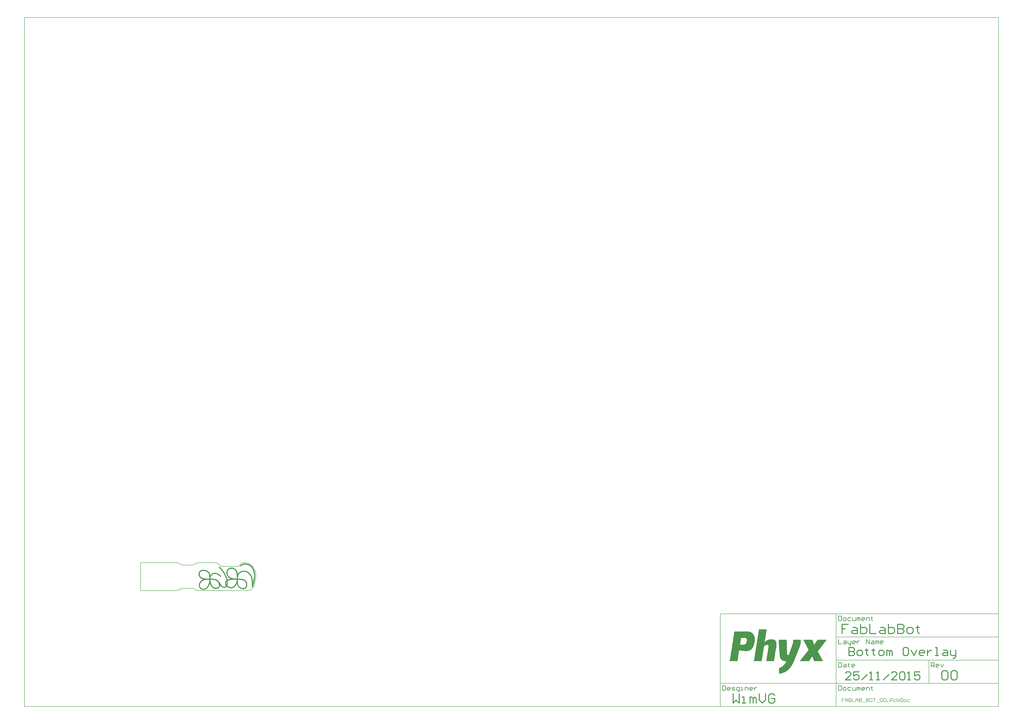
<source format=gbo>
G04 Layer_Color=32896*
%FSLAX25Y25*%
%MOIN*%
G70*
G01*
G75*
%ADD12C,0.01575*%
%ADD13C,0.00787*%
%ADD14C,0.00984*%
G36*
X177580Y45810D02*
X179184D01*
Y45650D01*
X180147D01*
Y45490D01*
X180788D01*
Y45329D01*
X181430D01*
Y45169D01*
X181911D01*
Y45008D01*
X182393D01*
Y44848D01*
X182874D01*
Y44688D01*
X183355D01*
Y44527D01*
X183836D01*
Y44367D01*
X184157D01*
Y44206D01*
X184478D01*
Y44046D01*
X184959D01*
Y43885D01*
X185280D01*
Y43725D01*
X185441D01*
Y43565D01*
X185762D01*
Y43404D01*
X186082D01*
Y43244D01*
X186243D01*
Y43083D01*
X186564D01*
Y42923D01*
X186724D01*
Y42762D01*
X187045D01*
Y42602D01*
X187206D01*
Y42441D01*
X187366D01*
Y42281D01*
X187687D01*
Y42121D01*
X187847D01*
Y41960D01*
X188008D01*
Y41800D01*
X188168D01*
Y41639D01*
X188329D01*
Y41479D01*
X188649D01*
Y41318D01*
X188810D01*
Y41158D01*
X188970D01*
Y40998D01*
X189131D01*
Y40837D01*
X189291D01*
Y40677D01*
X189452D01*
Y40516D01*
X189612D01*
Y40356D01*
X189772D01*
Y40195D01*
Y40035D01*
X189933D01*
Y39875D01*
X190093D01*
Y39714D01*
X190254D01*
Y39554D01*
X190414D01*
Y39393D01*
X190575D01*
Y39233D01*
Y39072D01*
X190735D01*
Y38912D01*
X190895D01*
Y38752D01*
Y38591D01*
X191056D01*
Y38431D01*
X191216D01*
Y38270D01*
X191377D01*
Y38110D01*
Y37949D01*
X191537D01*
Y37789D01*
Y37628D01*
X191698D01*
Y37468D01*
Y37308D01*
X191858D01*
Y37147D01*
Y36987D01*
X192018D01*
Y36826D01*
Y36666D01*
X192179D01*
Y36505D01*
Y36345D01*
X192339D01*
Y36185D01*
Y36024D01*
X192500D01*
Y35864D01*
Y35703D01*
X192660D01*
Y35543D01*
Y35382D01*
Y35222D01*
X192821D01*
Y35062D01*
Y34901D01*
X192981D01*
Y34741D01*
Y34580D01*
Y34420D01*
X193141D01*
Y34259D01*
Y34099D01*
Y33939D01*
X193302D01*
Y33778D01*
Y33618D01*
Y33457D01*
Y33297D01*
X193462D01*
Y33136D01*
Y32976D01*
Y32816D01*
X193623D01*
Y32655D01*
Y32495D01*
Y32334D01*
Y32174D01*
Y32013D01*
X193783D01*
Y31853D01*
Y31692D01*
Y31532D01*
Y31372D01*
X193944D01*
Y31211D01*
Y31051D01*
Y30890D01*
Y30730D01*
Y30569D01*
X194104D01*
Y30409D01*
Y30249D01*
Y30088D01*
Y29928D01*
Y29767D01*
Y29607D01*
Y29446D01*
X194264D01*
Y29286D01*
Y29126D01*
Y28965D01*
Y28805D01*
Y28644D01*
Y28484D01*
Y28323D01*
Y28163D01*
X194425D01*
Y28003D01*
Y27842D01*
Y27682D01*
Y27521D01*
Y27361D01*
Y27200D01*
Y27040D01*
Y26880D01*
Y26719D01*
Y26559D01*
Y26398D01*
Y26238D01*
Y26077D01*
Y25917D01*
Y25756D01*
Y25596D01*
Y25436D01*
Y25275D01*
Y25115D01*
Y24954D01*
Y24794D01*
Y24633D01*
Y24473D01*
Y24313D01*
Y24152D01*
Y23992D01*
Y23831D01*
Y23671D01*
Y23510D01*
Y23350D01*
Y23190D01*
Y23029D01*
Y22869D01*
Y22708D01*
Y22548D01*
Y22387D01*
Y22227D01*
X194264D01*
Y22067D01*
Y21906D01*
Y21746D01*
Y21585D01*
Y21425D01*
Y21264D01*
Y21104D01*
Y20944D01*
Y20783D01*
X194104D01*
Y20623D01*
Y20462D01*
Y20302D01*
Y20141D01*
Y19981D01*
Y19820D01*
Y19660D01*
X193944D01*
Y19500D01*
Y19339D01*
Y19179D01*
Y19018D01*
Y18858D01*
Y18698D01*
X193783D01*
Y18537D01*
Y18377D01*
Y18216D01*
Y18056D01*
Y17895D01*
Y17735D01*
X193623D01*
Y17574D01*
Y17414D01*
Y17254D01*
Y17093D01*
Y16933D01*
Y16772D01*
X193462D01*
Y16612D01*
Y16452D01*
Y16291D01*
Y16131D01*
Y15970D01*
X193302D01*
Y15810D01*
Y15649D01*
Y15489D01*
Y15328D01*
Y15168D01*
X193141D01*
Y15008D01*
Y14847D01*
Y14687D01*
Y14526D01*
Y14366D01*
X192981D01*
Y14205D01*
Y14045D01*
Y13884D01*
Y13724D01*
X192821D01*
Y13564D01*
Y13403D01*
Y13243D01*
Y13082D01*
X192660D01*
Y12922D01*
Y12762D01*
Y12601D01*
Y12441D01*
X192500D01*
Y12280D01*
Y12120D01*
Y11959D01*
Y11799D01*
X192339D01*
Y11638D01*
Y11478D01*
Y11318D01*
X192179D01*
Y11157D01*
Y10997D01*
Y10836D01*
Y10676D01*
X192018D01*
Y10515D01*
Y10355D01*
Y10195D01*
Y10034D01*
X191858D01*
Y9874D01*
Y9713D01*
Y9553D01*
X191698D01*
Y9392D01*
Y9232D01*
Y9072D01*
Y8911D01*
X191537D01*
Y8751D01*
Y8590D01*
Y8430D01*
X191377D01*
Y8269D01*
Y8109D01*
Y7949D01*
X191216D01*
Y7788D01*
Y7628D01*
Y7467D01*
Y7307D01*
X191056D01*
Y7146D01*
Y6986D01*
Y6825D01*
X190895D01*
Y6665D01*
Y6505D01*
Y6344D01*
Y6184D01*
X190735D01*
Y6023D01*
Y5863D01*
Y5703D01*
X190575D01*
Y5542D01*
Y5382D01*
X189933D01*
Y5542D01*
X189291D01*
Y5703D01*
X188810D01*
Y5863D01*
Y6023D01*
Y6184D01*
Y6344D01*
Y6505D01*
Y6665D01*
Y6825D01*
Y6986D01*
X188970D01*
Y7146D01*
Y7307D01*
Y7467D01*
Y7628D01*
Y7788D01*
Y7949D01*
Y8109D01*
Y8269D01*
Y8430D01*
Y8590D01*
Y8751D01*
Y8911D01*
X189131D01*
Y9072D01*
Y9232D01*
Y9392D01*
Y9553D01*
Y9713D01*
Y9874D01*
Y10034D01*
Y10195D01*
Y10355D01*
Y10515D01*
Y10676D01*
Y10836D01*
Y10997D01*
Y11157D01*
Y11318D01*
Y11478D01*
Y11638D01*
Y11799D01*
Y11959D01*
Y12120D01*
Y12280D01*
Y12441D01*
Y12601D01*
Y12762D01*
Y12922D01*
Y13082D01*
Y13243D01*
Y13403D01*
X188970D01*
Y13564D01*
Y13724D01*
Y13884D01*
Y14045D01*
Y14205D01*
Y14366D01*
Y14526D01*
Y14687D01*
Y14847D01*
Y15008D01*
Y15168D01*
X188810D01*
Y15328D01*
Y15489D01*
Y15649D01*
Y15810D01*
Y15970D01*
Y16131D01*
Y16291D01*
Y16452D01*
Y16612D01*
Y16772D01*
X188649D01*
Y16933D01*
Y17093D01*
Y17254D01*
Y17414D01*
Y17574D01*
Y17735D01*
Y17895D01*
Y18056D01*
X188489D01*
Y18216D01*
Y18377D01*
Y18537D01*
Y18698D01*
Y18858D01*
Y19018D01*
Y19179D01*
X188329D01*
Y19339D01*
Y19500D01*
Y19660D01*
Y19820D01*
Y19981D01*
Y20141D01*
X188168D01*
Y20302D01*
Y20462D01*
Y20623D01*
Y20783D01*
Y20944D01*
X188008D01*
Y21104D01*
Y21264D01*
Y21425D01*
Y21585D01*
X187847D01*
Y21746D01*
Y21906D01*
Y22067D01*
Y22227D01*
X187687D01*
Y22387D01*
Y22548D01*
Y22708D01*
X187526D01*
Y22869D01*
Y23029D01*
X187366D01*
Y23190D01*
Y23350D01*
Y23510D01*
X187206D01*
Y23671D01*
Y23831D01*
X187045D01*
Y23992D01*
Y24152D01*
X186885D01*
Y24313D01*
Y24473D01*
X186724D01*
Y24633D01*
Y24794D01*
X186564D01*
Y24954D01*
X186403D01*
Y25115D01*
Y25275D01*
X186243D01*
Y25436D01*
Y25596D01*
X186082D01*
Y25756D01*
X185922D01*
Y25917D01*
X185762D01*
Y26077D01*
Y26238D01*
X185601D01*
Y26398D01*
X185441D01*
Y26559D01*
X185280D01*
Y26719D01*
Y26880D01*
X185120D01*
Y27040D01*
X184959D01*
Y27200D01*
X184799D01*
Y27361D01*
X184639D01*
Y27521D01*
X184478D01*
Y27682D01*
Y27842D01*
X184318D01*
Y28003D01*
X184157D01*
Y28163D01*
X183997D01*
Y28323D01*
X183836D01*
Y28484D01*
X183676D01*
Y28644D01*
X183516D01*
Y28805D01*
X183355D01*
Y28965D01*
X183034D01*
Y29126D01*
X182874D01*
Y29286D01*
X182713D01*
Y29446D01*
X182553D01*
Y29607D01*
X182393D01*
Y29767D01*
X182072D01*
Y29928D01*
X181911D01*
Y30088D01*
X181590D01*
Y30249D01*
X181430D01*
Y30409D01*
X181109D01*
Y30569D01*
X180788D01*
Y30730D01*
X180467D01*
Y30890D01*
X180147D01*
Y31051D01*
X179665D01*
Y31211D01*
X179184D01*
Y31372D01*
X178703D01*
Y31532D01*
X177900D01*
Y31692D01*
X176617D01*
Y31853D01*
X174371D01*
Y31692D01*
X173248D01*
Y31532D01*
X172606D01*
Y31372D01*
X172125D01*
Y31211D01*
X171644D01*
Y31051D01*
X171323D01*
Y30890D01*
X171002D01*
Y30730D01*
X170681D01*
Y30569D01*
X170521D01*
Y30409D01*
X170200D01*
Y30249D01*
X169879D01*
Y30088D01*
X169718D01*
Y29928D01*
X169397D01*
Y29767D01*
X169237D01*
Y29607D01*
X169077D01*
Y29446D01*
X168756D01*
Y29286D01*
X168595D01*
Y29126D01*
X168435D01*
Y28965D01*
X168274D01*
Y28805D01*
X168114D01*
Y28644D01*
X167954D01*
Y28484D01*
X167793D01*
Y28323D01*
Y28163D01*
X167633D01*
Y28003D01*
X167472D01*
Y27842D01*
X167312D01*
Y27682D01*
Y27521D01*
X167151D01*
Y27361D01*
X166991D01*
Y27200D01*
Y27040D01*
X166831D01*
Y26880D01*
Y26719D01*
X166670D01*
Y26559D01*
Y26398D01*
X166510D01*
Y26238D01*
Y26077D01*
X166349D01*
Y25917D01*
Y25756D01*
X166189D01*
Y25596D01*
Y25436D01*
Y25275D01*
X166028D01*
Y25115D01*
Y24954D01*
Y24794D01*
X165868D01*
Y24633D01*
Y24473D01*
Y24313D01*
Y24152D01*
X165708D01*
Y23992D01*
Y23831D01*
Y23671D01*
Y23510D01*
X165547D01*
Y23350D01*
Y23190D01*
Y23029D01*
Y22869D01*
Y22708D01*
X165387D01*
Y22548D01*
Y22387D01*
Y22227D01*
Y22067D01*
Y21906D01*
Y21746D01*
X165226D01*
Y21585D01*
Y21425D01*
Y21264D01*
Y21104D01*
Y20944D01*
Y20783D01*
Y20623D01*
X165066D01*
Y20462D01*
Y20302D01*
Y20141D01*
X169718D01*
Y19981D01*
X171002D01*
Y19820D01*
X171964D01*
Y19660D01*
X172767D01*
Y19500D01*
X173569D01*
Y19339D01*
X174050D01*
Y19179D01*
X174531D01*
Y19018D01*
X175013D01*
Y18858D01*
X175494D01*
Y18698D01*
X175815D01*
Y18537D01*
X176136D01*
Y18377D01*
X176456D01*
Y18216D01*
X176777D01*
Y18056D01*
X177098D01*
Y17895D01*
X177419D01*
Y17735D01*
X177580D01*
Y17574D01*
X177900D01*
Y17414D01*
X178061D01*
Y17254D01*
X178221D01*
Y17093D01*
X178382D01*
Y16933D01*
X178542D01*
Y16772D01*
X178703D01*
Y16612D01*
X178863D01*
Y16452D01*
X179024D01*
Y16291D01*
X179184D01*
Y16131D01*
Y15970D01*
X179344D01*
Y15810D01*
X179505D01*
Y15649D01*
Y15489D01*
X179665D01*
Y15328D01*
X179826D01*
Y15168D01*
Y15008D01*
X179986D01*
Y14847D01*
Y14687D01*
X180147D01*
Y14526D01*
Y14366D01*
X180307D01*
Y14205D01*
Y14045D01*
Y13884D01*
X180467D01*
Y13724D01*
Y13564D01*
Y13403D01*
X180628D01*
Y13243D01*
Y13082D01*
Y12922D01*
X180788D01*
Y12762D01*
Y12601D01*
Y12441D01*
X180949D01*
Y12280D01*
Y12120D01*
Y11959D01*
Y11799D01*
Y11638D01*
X181109D01*
Y11478D01*
Y11318D01*
Y11157D01*
Y10997D01*
Y10836D01*
Y10676D01*
Y10515D01*
Y10355D01*
Y10195D01*
Y10034D01*
Y9874D01*
Y9713D01*
Y9553D01*
Y9392D01*
Y9232D01*
Y9072D01*
Y8911D01*
Y8751D01*
Y8590D01*
Y8430D01*
X180949D01*
Y8269D01*
Y8109D01*
Y7949D01*
Y7788D01*
Y7628D01*
Y7467D01*
X180788D01*
Y7307D01*
Y7146D01*
Y6986D01*
Y6825D01*
X180628D01*
Y6665D01*
Y6505D01*
Y6344D01*
X180467D01*
Y6184D01*
Y6023D01*
Y5863D01*
X180307D01*
Y5703D01*
Y5542D01*
X180147D01*
Y5382D01*
Y5221D01*
X179986D01*
Y5061D01*
X179826D01*
Y4900D01*
Y4740D01*
X179665D01*
Y4580D01*
X179505D01*
Y4419D01*
X179344D01*
Y4259D01*
X179184D01*
Y4098D01*
Y3938D01*
X179024D01*
Y3777D01*
X178863D01*
Y3617D01*
X178542D01*
Y3457D01*
X178382D01*
Y3296D01*
X178221D01*
Y3136D01*
X177900D01*
Y2975D01*
X177580D01*
Y2815D01*
X177259D01*
Y2654D01*
X176777D01*
Y2494D01*
X176136D01*
Y2333D01*
X174852D01*
Y2173D01*
X174050D01*
Y2333D01*
X172767D01*
Y2494D01*
X171964D01*
Y2654D01*
X171323D01*
Y2815D01*
X170841D01*
Y2975D01*
X170521D01*
Y3136D01*
X170039D01*
Y3296D01*
X169718D01*
Y3457D01*
X169397D01*
Y3617D01*
X169077D01*
Y3777D01*
X168756D01*
Y3938D01*
X168595D01*
Y4098D01*
X168274D01*
Y4259D01*
X168114D01*
Y4419D01*
X167793D01*
Y4580D01*
X167633D01*
Y4740D01*
X167472D01*
Y4900D01*
X167312D01*
Y5061D01*
X167151D01*
Y5221D01*
X166991D01*
Y5382D01*
X166670D01*
Y5542D01*
X166510D01*
Y5703D01*
Y5863D01*
X166349D01*
Y6023D01*
X166189D01*
Y6184D01*
X166028D01*
Y6344D01*
X165868D01*
Y6505D01*
X165708D01*
Y6665D01*
Y6825D01*
X165547D01*
Y6986D01*
X165387D01*
Y7146D01*
X165226D01*
Y7307D01*
Y7467D01*
X165066D01*
Y7628D01*
Y7788D01*
X164905D01*
Y7949D01*
Y8109D01*
X164745D01*
Y8269D01*
Y8430D01*
X164585D01*
Y8590D01*
Y8751D01*
X164424D01*
Y8911D01*
Y9072D01*
Y9232D01*
X164264D01*
Y9392D01*
Y9553D01*
Y9713D01*
X164103D01*
Y9874D01*
Y10034D01*
Y10195D01*
Y10355D01*
X163943D01*
Y10515D01*
Y10676D01*
Y10836D01*
Y10997D01*
X163782D01*
Y11157D01*
Y11318D01*
X163622D01*
Y11157D01*
X163462D01*
Y10997D01*
X163301D01*
Y10836D01*
Y10676D01*
X163141D01*
Y10515D01*
Y10355D01*
X162980D01*
Y10195D01*
Y10034D01*
X162820D01*
Y9874D01*
X162659D01*
Y9713D01*
Y9553D01*
X162499D01*
Y9392D01*
X162338D01*
Y9232D01*
Y9072D01*
X162178D01*
Y8911D01*
X162018D01*
Y8751D01*
Y8590D01*
X161857D01*
Y8430D01*
X161697D01*
Y8269D01*
X161536D01*
Y8109D01*
Y7949D01*
X161376D01*
Y7788D01*
X161215D01*
Y7628D01*
X161055D01*
Y7467D01*
X160895D01*
Y7307D01*
X160734D01*
Y7146D01*
X160574D01*
Y6986D01*
X160413D01*
Y6825D01*
X160253D01*
Y6665D01*
X160092D01*
Y6505D01*
X159932D01*
Y6344D01*
X159611D01*
Y6184D01*
X159451D01*
Y6023D01*
X159290D01*
Y5863D01*
X158969D01*
Y5703D01*
X158809D01*
Y5542D01*
X158488D01*
Y5382D01*
X158328D01*
Y5221D01*
X158007D01*
Y5061D01*
X157686D01*
Y4900D01*
X157526D01*
Y4740D01*
X157205D01*
Y4580D01*
X156723D01*
Y4419D01*
X156242D01*
Y4259D01*
X155600D01*
Y4098D01*
X154477D01*
Y3938D01*
X152392D01*
Y4098D01*
X151429D01*
Y4259D01*
X150948D01*
Y4419D01*
X150467D01*
Y4580D01*
X149985D01*
Y4740D01*
X149504D01*
Y4900D01*
X149183D01*
Y5061D01*
X148702D01*
Y5221D01*
X148381D01*
Y5382D01*
X148060D01*
Y5542D01*
X147739D01*
Y5703D01*
X147579D01*
Y5863D01*
X147258D01*
Y6023D01*
X147098D01*
Y6184D01*
X146777D01*
Y6344D01*
X146616D01*
Y6505D01*
X146295D01*
Y6344D01*
X146135D01*
Y6184D01*
X145975D01*
Y6023D01*
X145814D01*
Y5863D01*
X145654D01*
Y5703D01*
X145333D01*
Y5542D01*
X145172D01*
Y5382D01*
X144851D01*
Y5221D01*
X144691D01*
Y5061D01*
X144210D01*
Y4900D01*
X143889D01*
Y4740D01*
X142926D01*
Y4580D01*
X142124D01*
Y4740D01*
X140680D01*
Y4900D01*
X140039D01*
Y5061D01*
X139557D01*
Y5221D01*
X139236D01*
Y5382D01*
X138916D01*
Y5542D01*
X138755D01*
Y5703D01*
X138434D01*
Y5863D01*
X138274D01*
Y6023D01*
X137953D01*
Y6184D01*
X137792D01*
Y6344D01*
X137632D01*
Y6505D01*
X137472D01*
Y6665D01*
X137151D01*
Y6825D01*
X136990D01*
Y6986D01*
X136830D01*
Y7146D01*
X136669D01*
Y7307D01*
X136509D01*
Y7467D01*
X136349D01*
Y7628D01*
Y7788D01*
X136188D01*
Y7949D01*
X136028D01*
Y8109D01*
X135867D01*
Y8269D01*
X135707D01*
Y8430D01*
X135546D01*
Y8590D01*
Y8751D01*
X135386D01*
Y8911D01*
X135225D01*
Y9072D01*
Y9232D01*
X135065D01*
Y9072D01*
Y8911D01*
X134905D01*
Y8751D01*
Y8590D01*
Y8430D01*
Y8269D01*
Y8109D01*
Y7949D01*
Y7788D01*
Y7628D01*
X134744D01*
Y7467D01*
Y7307D01*
Y7146D01*
Y6986D01*
X134584D01*
Y6825D01*
Y6665D01*
Y6505D01*
X134423D01*
Y6344D01*
Y6184D01*
X134263D01*
Y6023D01*
Y5863D01*
X134102D01*
Y5703D01*
Y5542D01*
X133942D01*
Y5382D01*
X133782D01*
Y5221D01*
X133621D01*
Y5061D01*
X133461D01*
Y4900D01*
X133300D01*
Y4740D01*
X133140D01*
Y4580D01*
X132819D01*
Y4419D01*
X132659D01*
Y4259D01*
X132498D01*
Y4098D01*
X132177D01*
Y3938D01*
X131856D01*
Y3777D01*
X131536D01*
Y3617D01*
X131215D01*
Y3457D01*
X130894D01*
Y3296D01*
X130413D01*
Y3136D01*
X129771D01*
Y2975D01*
X128166D01*
Y2815D01*
X128006D01*
Y2975D01*
X126562D01*
Y3136D01*
X125920D01*
Y3296D01*
X125279D01*
Y3457D01*
X124797D01*
Y3617D01*
X124477D01*
Y3777D01*
X123995D01*
Y3938D01*
X123674D01*
Y4098D01*
X123354D01*
Y4259D01*
X123033D01*
Y4419D01*
X122872D01*
Y4580D01*
X122551D01*
Y4740D01*
X122231D01*
Y4900D01*
X122070D01*
Y5061D01*
X121910D01*
Y5221D01*
X121589D01*
Y5382D01*
X121428D01*
Y5542D01*
X121268D01*
Y5703D01*
X121107D01*
Y5863D01*
X120947D01*
Y6023D01*
X120787D01*
Y6184D01*
Y6344D01*
X120626D01*
Y6505D01*
X120466D01*
Y6665D01*
X120305D01*
Y6825D01*
Y6986D01*
X120145D01*
Y7146D01*
X119984D01*
Y7307D01*
Y7467D01*
X119824D01*
Y7628D01*
Y7788D01*
X119664D01*
Y7949D01*
Y8109D01*
X119503D01*
Y8269D01*
X119343D01*
Y8430D01*
Y8590D01*
X119182D01*
Y8751D01*
Y8911D01*
Y9072D01*
X119022D01*
Y9232D01*
Y9392D01*
X118861D01*
Y9553D01*
Y9713D01*
X118701D01*
Y9874D01*
Y10034D01*
X118541D01*
Y10195D01*
Y10355D01*
Y10515D01*
X118380D01*
Y10676D01*
Y10836D01*
Y10997D01*
X118220D01*
Y11157D01*
Y11318D01*
Y11478D01*
X118059D01*
Y11638D01*
Y11799D01*
X117899D01*
Y11959D01*
X117738D01*
Y11799D01*
Y11638D01*
Y11478D01*
Y11318D01*
X117578D01*
Y11157D01*
Y10997D01*
Y10836D01*
X117418D01*
Y10676D01*
Y10515D01*
Y10355D01*
X117257D01*
Y10195D01*
Y10034D01*
Y9874D01*
X117097D01*
Y9713D01*
Y9553D01*
X116936D01*
Y9392D01*
Y9232D01*
X116776D01*
Y9072D01*
Y8911D01*
Y8751D01*
X116615D01*
Y8590D01*
Y8430D01*
X116455D01*
Y8269D01*
Y8109D01*
X116295D01*
Y7949D01*
Y7788D01*
X116134D01*
Y7628D01*
X115974D01*
Y7467D01*
Y7307D01*
X115813D01*
Y7146D01*
Y6986D01*
X115653D01*
Y6825D01*
X115492D01*
Y6665D01*
Y6505D01*
X115332D01*
Y6344D01*
X115172D01*
Y6184D01*
X115011D01*
Y6023D01*
Y5863D01*
X114851D01*
Y5703D01*
X114690D01*
Y5542D01*
X114530D01*
Y5382D01*
Y5221D01*
X114369D01*
Y5061D01*
X114209D01*
Y4900D01*
X114049D01*
Y4740D01*
X113888D01*
Y4580D01*
X113728D01*
Y4419D01*
X113567D01*
Y4259D01*
X113407D01*
Y4098D01*
X113246D01*
Y3938D01*
X113086D01*
Y3777D01*
X112926D01*
Y3617D01*
X112765D01*
Y3457D01*
X112605D01*
Y3296D01*
X112284D01*
Y3136D01*
X112123D01*
Y2975D01*
X111963D01*
Y2815D01*
X111642D01*
Y2654D01*
X111482D01*
Y2494D01*
X111161D01*
Y2333D01*
X110840D01*
Y2173D01*
X110679D01*
Y2013D01*
X110359D01*
Y1852D01*
X109877D01*
Y1692D01*
X109556D01*
Y1531D01*
X109075D01*
Y1371D01*
X108594D01*
Y1210D01*
X107792D01*
Y1050D01*
X105546D01*
Y1210D01*
X104904D01*
Y1371D01*
X104423D01*
Y1531D01*
X103941D01*
Y1692D01*
X103620D01*
Y1852D01*
X103300D01*
Y2013D01*
X102979D01*
Y2173D01*
X102658D01*
Y2333D01*
X102337D01*
Y2494D01*
X102176D01*
Y2654D01*
X101856D01*
Y2815D01*
X101695D01*
Y2975D01*
X101535D01*
Y3136D01*
X101374D01*
Y3296D01*
X101214D01*
Y3457D01*
X101054D01*
Y3617D01*
X100893D01*
Y3777D01*
X100733D01*
Y3938D01*
X100572D01*
Y4098D01*
Y4259D01*
X100412D01*
Y4419D01*
X100251D01*
Y4580D01*
Y4740D01*
X100091D01*
Y4900D01*
X99931D01*
Y5061D01*
Y5221D01*
X99770D01*
Y5382D01*
Y5542D01*
X99610D01*
Y5703D01*
Y5863D01*
Y6023D01*
X99449D01*
Y6184D01*
Y6344D01*
Y6505D01*
X99289D01*
Y6665D01*
Y6825D01*
Y6986D01*
Y7146D01*
Y7307D01*
X99128D01*
Y7467D01*
Y7628D01*
Y7788D01*
Y7949D01*
Y8109D01*
Y8269D01*
Y8430D01*
Y8590D01*
Y8751D01*
Y8911D01*
Y9072D01*
Y9232D01*
Y9392D01*
Y9553D01*
Y9713D01*
Y9874D01*
Y10034D01*
Y10195D01*
Y10355D01*
Y10515D01*
X99289D01*
Y10676D01*
Y10836D01*
Y10997D01*
Y11157D01*
Y11318D01*
X99449D01*
Y11478D01*
Y11638D01*
Y11799D01*
X99610D01*
Y11959D01*
Y12120D01*
Y12280D01*
X99770D01*
Y12441D01*
Y12601D01*
X99931D01*
Y12762D01*
Y12922D01*
Y13082D01*
X100091D01*
Y13243D01*
Y13403D01*
X100251D01*
Y13564D01*
Y13724D01*
X100412D01*
Y13884D01*
Y14045D01*
X100572D01*
Y14205D01*
X100733D01*
Y14366D01*
Y14526D01*
X100893D01*
Y14687D01*
X101054D01*
Y14847D01*
X101214D01*
Y15008D01*
Y15168D01*
X101374D01*
Y15328D01*
X101535D01*
Y15489D01*
X101695D01*
Y15649D01*
X101856D01*
Y15810D01*
X102016D01*
Y15970D01*
X102176D01*
Y16131D01*
X102337D01*
Y16291D01*
X102497D01*
Y16452D01*
X102658D01*
Y16612D01*
X102979D01*
Y16772D01*
X103139D01*
Y16933D01*
X103300D01*
Y17093D01*
X103460D01*
Y17254D01*
X103781D01*
Y17414D01*
X103941D01*
Y17574D01*
X104262D01*
Y17735D01*
X104423D01*
Y17895D01*
X104743D01*
Y18056D01*
X104904D01*
Y18216D01*
X105225D01*
Y18377D01*
X105546D01*
Y18537D01*
X105867D01*
Y18698D01*
X106187D01*
Y18858D01*
X106508D01*
Y19018D01*
Y19179D01*
X106027D01*
Y19339D01*
X105385D01*
Y19500D01*
X104904D01*
Y19660D01*
X104423D01*
Y19820D01*
X104102D01*
Y19981D01*
X103781D01*
Y20141D01*
X103460D01*
Y20302D01*
X103139D01*
Y20462D01*
X102818D01*
Y20623D01*
X102658D01*
Y20783D01*
X102337D01*
Y20944D01*
X102176D01*
Y21104D01*
X102016D01*
Y21264D01*
X101695D01*
Y21425D01*
X101535D01*
Y21585D01*
X101374D01*
Y21746D01*
X101214D01*
Y21906D01*
X101054D01*
Y22067D01*
X100893D01*
Y22227D01*
X100733D01*
Y22387D01*
X100572D01*
Y22548D01*
X100412D01*
Y22708D01*
X100251D01*
Y22869D01*
X100091D01*
Y23029D01*
X99931D01*
Y23190D01*
X99770D01*
Y23350D01*
Y23510D01*
X99610D01*
Y23671D01*
X99449D01*
Y23831D01*
Y23992D01*
X99289D01*
Y24152D01*
X99128D01*
Y24313D01*
Y24473D01*
X98968D01*
Y24633D01*
Y24794D01*
Y24954D01*
X98808D01*
Y25115D01*
Y25275D01*
X98647D01*
Y25436D01*
Y25596D01*
Y25756D01*
Y25917D01*
X98487D01*
Y26077D01*
Y26238D01*
Y26398D01*
Y26559D01*
Y26719D01*
Y26880D01*
Y27040D01*
Y27200D01*
Y27361D01*
Y27521D01*
Y27682D01*
Y27842D01*
Y28003D01*
Y28163D01*
Y28323D01*
Y28484D01*
Y28644D01*
Y28805D01*
Y28965D01*
X98647D01*
Y29126D01*
Y29286D01*
Y29446D01*
Y29607D01*
Y29767D01*
X98808D01*
Y29928D01*
Y30088D01*
Y30249D01*
X98968D01*
Y30409D01*
Y30569D01*
Y30730D01*
X99128D01*
Y30890D01*
Y31051D01*
Y31211D01*
X99289D01*
Y31372D01*
Y31532D01*
X99449D01*
Y31692D01*
X99610D01*
Y31853D01*
Y32013D01*
X99770D01*
Y32174D01*
X99931D01*
Y32334D01*
Y32495D01*
X100091D01*
Y32655D01*
X100251D01*
Y32816D01*
X100412D01*
Y32976D01*
X100572D01*
Y33136D01*
X100733D01*
Y33297D01*
X100893D01*
Y33457D01*
X101054D01*
Y33618D01*
X101374D01*
Y33778D01*
X101535D01*
Y33939D01*
X101856D01*
Y34099D01*
X102016D01*
Y34259D01*
X102337D01*
Y34420D01*
X102658D01*
Y34580D01*
X102979D01*
Y34741D01*
X103460D01*
Y34901D01*
X103941D01*
Y35062D01*
X104583D01*
Y35222D01*
X106027D01*
Y35382D01*
X106508D01*
Y35222D01*
X108273D01*
Y35062D01*
X109236D01*
Y34901D01*
X110038D01*
Y34741D01*
X110679D01*
Y34580D01*
X111161D01*
Y34420D01*
X111642D01*
Y34259D01*
X112123D01*
Y34099D01*
X112444D01*
Y33939D01*
X112765D01*
Y33778D01*
X113086D01*
Y33618D01*
X113407D01*
Y33457D01*
X113567D01*
Y33297D01*
X113888D01*
Y33136D01*
X114049D01*
Y32976D01*
X114369D01*
Y32816D01*
X114530D01*
Y32655D01*
X114690D01*
Y32495D01*
X115011D01*
Y32334D01*
X115172D01*
Y32174D01*
X115332D01*
Y32013D01*
X115492D01*
Y31853D01*
X115653D01*
Y31692D01*
X115813D01*
Y31532D01*
X115974D01*
Y31372D01*
X116134D01*
Y31211D01*
X116295D01*
Y31051D01*
Y30890D01*
X116455D01*
Y30730D01*
X116615D01*
Y30569D01*
X116776D01*
Y30409D01*
Y30249D01*
X116936D01*
Y30088D01*
X117097D01*
Y29928D01*
Y29767D01*
X117257D01*
Y29607D01*
Y29446D01*
X117418D01*
Y29286D01*
Y29126D01*
X117578D01*
Y28965D01*
Y28805D01*
X117738D01*
Y28644D01*
Y28484D01*
Y28323D01*
X117899D01*
Y28163D01*
Y28003D01*
Y27842D01*
X118059D01*
Y27682D01*
Y27521D01*
Y27361D01*
Y27200D01*
X118220D01*
Y27040D01*
Y26880D01*
Y26719D01*
Y26559D01*
Y26398D01*
X118380D01*
Y26238D01*
Y26077D01*
Y25917D01*
X118701D01*
Y26077D01*
Y26238D01*
X118861D01*
Y26398D01*
X119022D01*
Y26559D01*
Y26719D01*
X119182D01*
Y26880D01*
X119343D01*
Y27040D01*
X119503D01*
Y27200D01*
X119664D01*
Y27361D01*
X119824D01*
Y27521D01*
X119984D01*
Y27682D01*
X120145D01*
Y27842D01*
X120305D01*
Y28003D01*
X120466D01*
Y28163D01*
X120626D01*
Y28323D01*
X120787D01*
Y28484D01*
X121107D01*
Y28644D01*
X121268D01*
Y28805D01*
X121428D01*
Y28965D01*
X121749D01*
Y29126D01*
X122070D01*
Y29286D01*
X122391D01*
Y29446D01*
X122872D01*
Y29607D01*
X123354D01*
Y29767D01*
X123995D01*
Y29928D01*
X125279D01*
Y30088D01*
X127043D01*
Y29928D01*
X128166D01*
Y29767D01*
X128969D01*
Y29607D01*
X129450D01*
Y29446D01*
X129931D01*
Y29286D01*
X130413D01*
Y29126D01*
X130733D01*
Y28965D01*
X131054D01*
Y28805D01*
X131375D01*
Y28644D01*
X131696D01*
Y28484D01*
X132017D01*
Y28323D01*
X132338D01*
Y28163D01*
X132498D01*
Y28003D01*
X132819D01*
Y27842D01*
X132980D01*
Y27682D01*
X133300D01*
Y27521D01*
X133461D01*
Y27361D01*
X133782D01*
Y27200D01*
X133942D01*
Y27040D01*
X134102D01*
Y26880D01*
X134423D01*
Y26719D01*
X134584D01*
Y26559D01*
X134744D01*
Y26398D01*
X134905D01*
Y26238D01*
X135065D01*
Y26077D01*
X135386D01*
Y25917D01*
X135546D01*
Y25756D01*
X135707D01*
Y25596D01*
X135867D01*
Y25436D01*
X136028D01*
Y25275D01*
X136188D01*
Y25115D01*
Y24954D01*
X136349D01*
Y24794D01*
X136509D01*
Y24633D01*
X136669D01*
Y24473D01*
X136830D01*
Y24313D01*
X136990D01*
Y24152D01*
X136830D01*
Y23992D01*
X136509D01*
Y23831D01*
X136349D01*
Y23671D01*
X136188D01*
Y23510D01*
X136028D01*
Y23350D01*
X135707D01*
Y23190D01*
X135386D01*
Y23350D01*
X135225D01*
Y23510D01*
X135065D01*
Y23671D01*
Y23831D01*
X134905D01*
Y23992D01*
X134744D01*
Y24152D01*
X134584D01*
Y24313D01*
X134423D01*
Y24473D01*
X134263D01*
Y24633D01*
X134102D01*
Y24794D01*
X133942D01*
Y24954D01*
X133621D01*
Y25115D01*
X133461D01*
Y25275D01*
X133300D01*
Y25436D01*
X133140D01*
Y25596D01*
X132819D01*
Y25756D01*
X132659D01*
Y25917D01*
X132498D01*
Y26077D01*
X132177D01*
Y26238D01*
X132017D01*
Y26398D01*
X131696D01*
Y26559D01*
X131536D01*
Y26719D01*
X131215D01*
Y26880D01*
X130894D01*
Y27040D01*
X130573D01*
Y27200D01*
X130252D01*
Y27361D01*
X129931D01*
Y27521D01*
X129610D01*
Y27682D01*
X129129D01*
Y27842D01*
X128648D01*
Y28003D01*
X127846D01*
Y28163D01*
X124477D01*
Y28003D01*
X123835D01*
Y27842D01*
X123193D01*
Y27682D01*
X122872D01*
Y27521D01*
X122551D01*
Y27361D01*
X122231D01*
Y27200D01*
X122070D01*
Y27040D01*
X121910D01*
Y26880D01*
X121749D01*
Y26719D01*
X121428D01*
Y26559D01*
X121268D01*
Y26398D01*
X121107D01*
Y26238D01*
X120947D01*
Y26077D01*
Y25917D01*
X120787D01*
Y25756D01*
X120626D01*
Y25596D01*
X120466D01*
Y25436D01*
X120305D01*
Y25275D01*
Y25115D01*
X120145D01*
Y24954D01*
X119984D01*
Y24794D01*
Y24633D01*
X119824D01*
Y24473D01*
X119664D01*
Y24313D01*
Y24152D01*
X119503D01*
Y23992D01*
Y23831D01*
X119343D01*
Y23671D01*
Y23510D01*
Y23350D01*
X119182D01*
Y23190D01*
Y23029D01*
Y22869D01*
X119022D01*
Y22708D01*
Y22548D01*
Y22387D01*
Y22227D01*
Y22067D01*
X118861D01*
Y21906D01*
Y21746D01*
Y21585D01*
Y21425D01*
Y21264D01*
Y21104D01*
Y20944D01*
X118701D01*
Y20783D01*
Y20623D01*
Y20462D01*
Y20302D01*
X120787D01*
Y20141D01*
X123835D01*
Y19981D01*
X125118D01*
Y19820D01*
X125920D01*
Y19660D01*
X126562D01*
Y19500D01*
X127043D01*
Y19339D01*
X127525D01*
Y19179D01*
X128006D01*
Y19018D01*
X128327D01*
Y18858D01*
X128648D01*
Y18698D01*
X128969D01*
Y18537D01*
X129289D01*
Y18377D01*
X129610D01*
Y18216D01*
X129931D01*
Y18056D01*
X130092D01*
Y17895D01*
X130413D01*
Y17735D01*
X130573D01*
Y17574D01*
X130733D01*
Y17414D01*
X131054D01*
Y17254D01*
X131215D01*
Y17093D01*
X131375D01*
Y16933D01*
X131536D01*
Y16772D01*
X131696D01*
Y16612D01*
X131856D01*
Y16452D01*
X132017D01*
Y16291D01*
X132177D01*
Y16131D01*
X132338D01*
Y15970D01*
X132498D01*
Y15810D01*
X132659D01*
Y15649D01*
X132819D01*
Y15489D01*
X132980D01*
Y15328D01*
X133140D01*
Y15168D01*
X133300D01*
Y15008D01*
X133461D01*
Y14847D01*
Y14687D01*
X133621D01*
Y14526D01*
X133782D01*
Y14366D01*
X133942D01*
Y14205D01*
X134102D01*
Y14045D01*
Y13884D01*
X134263D01*
Y13724D01*
X134423D01*
Y13564D01*
X134584D01*
Y13403D01*
X134744D01*
Y13243D01*
Y13082D01*
X134905D01*
Y12922D01*
X135065D01*
Y12762D01*
Y12601D01*
X135225D01*
Y12441D01*
X135386D01*
Y12280D01*
Y12120D01*
X135546D01*
Y11959D01*
X135707D01*
Y11799D01*
Y11638D01*
X135867D01*
Y11478D01*
X136028D01*
Y11318D01*
Y11157D01*
X136188D01*
Y10997D01*
Y10836D01*
X136349D01*
Y10676D01*
Y10515D01*
X136509D01*
Y10355D01*
Y10195D01*
X136669D01*
Y10034D01*
X136830D01*
Y9874D01*
Y9713D01*
X136990D01*
Y9553D01*
X137151D01*
Y9392D01*
X137311D01*
Y9232D01*
X137472D01*
Y9072D01*
Y8911D01*
X137632D01*
Y8751D01*
X137792D01*
Y8590D01*
X137953D01*
Y8430D01*
X138113D01*
Y8269D01*
X138274D01*
Y8109D01*
X138434D01*
Y7949D01*
X138595D01*
Y7788D01*
X138755D01*
Y7628D01*
X139076D01*
Y7467D01*
X139236D01*
Y7307D01*
X139557D01*
Y7146D01*
X139718D01*
Y6986D01*
X140039D01*
Y6825D01*
X140359D01*
Y6665D01*
X141001D01*
Y6505D01*
X143407D01*
Y6665D01*
X143889D01*
Y6825D01*
X144049D01*
Y6986D01*
X144370D01*
Y7146D01*
X144531D01*
Y7307D01*
X144691D01*
Y7467D01*
X144851D01*
Y7628D01*
X145012D01*
Y7788D01*
Y7949D01*
Y8109D01*
X144851D01*
Y8269D01*
X144691D01*
Y8430D01*
Y8590D01*
X144531D01*
Y8751D01*
X144370D01*
Y8911D01*
Y9072D01*
X144210D01*
Y9232D01*
Y9392D01*
X144049D01*
Y9553D01*
Y9713D01*
Y9874D01*
X143889D01*
Y10034D01*
Y10195D01*
Y10355D01*
X143728D01*
Y10515D01*
Y10676D01*
Y10836D01*
X143568D01*
Y10997D01*
Y11157D01*
Y11318D01*
Y11478D01*
Y11638D01*
Y11799D01*
Y11959D01*
Y12120D01*
X143407D01*
Y12280D01*
X143568D01*
Y12441D01*
Y12601D01*
Y12762D01*
Y12922D01*
Y13082D01*
Y13243D01*
Y13403D01*
Y13564D01*
X143728D01*
Y13724D01*
Y13884D01*
Y14045D01*
Y14205D01*
X143889D01*
Y14366D01*
Y14526D01*
X144049D01*
Y14687D01*
Y14847D01*
Y15008D01*
X144210D01*
Y15168D01*
Y15328D01*
X144370D01*
Y15489D01*
X144531D01*
Y15649D01*
Y15810D01*
X144691D01*
Y15970D01*
X144851D01*
Y16131D01*
X145012D01*
Y16291D01*
X145172D01*
Y16452D01*
X145333D01*
Y16612D01*
X145493D01*
Y16772D01*
X145654D01*
Y16933D01*
X145814D01*
Y17093D01*
X145975D01*
Y17254D01*
Y17414D01*
Y17574D01*
Y17735D01*
Y17895D01*
Y18056D01*
X145814D01*
Y18216D01*
Y18377D01*
Y18537D01*
Y18698D01*
Y18858D01*
X145654D01*
Y19018D01*
Y19179D01*
Y19339D01*
X145493D01*
Y19500D01*
Y19660D01*
Y19820D01*
Y19981D01*
X145333D01*
Y20141D01*
Y20302D01*
Y20462D01*
X145172D01*
Y20623D01*
Y20783D01*
Y20944D01*
X145012D01*
Y21104D01*
Y21264D01*
Y21425D01*
X144851D01*
Y21585D01*
Y21746D01*
X144691D01*
Y21906D01*
Y22067D01*
Y22227D01*
X144531D01*
Y22387D01*
Y22548D01*
X144370D01*
Y22708D01*
Y22869D01*
X144210D01*
Y23029D01*
Y23190D01*
X144049D01*
Y23350D01*
Y23510D01*
Y23671D01*
X143889D01*
Y23831D01*
Y23992D01*
X143728D01*
Y24152D01*
Y24313D01*
X143568D01*
Y24473D01*
Y24633D01*
X143407D01*
Y24794D01*
Y24954D01*
X143247D01*
Y25115D01*
Y25275D01*
X143087D01*
Y25436D01*
Y25596D01*
X142926D01*
Y25756D01*
Y25917D01*
X142766D01*
Y26077D01*
Y26238D01*
X142605D01*
Y26398D01*
Y26559D01*
X142445D01*
Y26719D01*
Y26880D01*
X142285D01*
Y27040D01*
Y27200D01*
X142124D01*
Y27361D01*
Y27521D01*
X141964D01*
Y27682D01*
Y27842D01*
X141803D01*
Y28003D01*
Y28163D01*
X141643D01*
Y28323D01*
Y28484D01*
X141482D01*
Y28644D01*
X141322D01*
Y28805D01*
Y28965D01*
X141162D01*
Y29126D01*
Y29286D01*
X141001D01*
Y29446D01*
X140841D01*
Y29607D01*
Y29767D01*
X140680D01*
Y29928D01*
Y30088D01*
X140520D01*
Y30249D01*
X140359D01*
Y30409D01*
Y30569D01*
X140199D01*
Y30730D01*
X140039D01*
Y30890D01*
Y31051D01*
X139878D01*
Y31211D01*
X139718D01*
Y31372D01*
Y31532D01*
X139557D01*
Y31692D01*
X139397D01*
Y31853D01*
Y32013D01*
X139236D01*
Y32174D01*
X139076D01*
Y32334D01*
Y32495D01*
X138916D01*
Y32655D01*
X138755D01*
Y32816D01*
X138595D01*
Y32976D01*
Y33136D01*
X138434D01*
Y33297D01*
X138274D01*
Y33457D01*
X138113D01*
Y33618D01*
X137953D01*
Y33778D01*
Y33939D01*
X137792D01*
Y34099D01*
X137632D01*
Y34259D01*
X137472D01*
Y34420D01*
X137311D01*
Y34580D01*
Y34741D01*
X137151D01*
Y34901D01*
X136990D01*
Y35062D01*
X136830D01*
Y35222D01*
X136669D01*
Y35382D01*
X136509D01*
Y35543D01*
Y35703D01*
X136349D01*
Y35864D01*
X136188D01*
Y36024D01*
X136028D01*
Y36185D01*
X135867D01*
Y36345D01*
X135707D01*
Y36505D01*
X135546D01*
Y36666D01*
X135386D01*
Y36826D01*
X135225D01*
Y36987D01*
X135065D01*
Y37147D01*
X134905D01*
Y37308D01*
X134744D01*
Y37468D01*
X134584D01*
Y37628D01*
X134423D01*
Y37789D01*
X134263D01*
Y37949D01*
X134102D01*
Y38110D01*
X133942D01*
Y38270D01*
X133782D01*
Y38431D01*
X133621D01*
Y38591D01*
X133461D01*
Y38752D01*
X133300D01*
Y38912D01*
X133140D01*
Y39072D01*
X132980D01*
Y39233D01*
X132819D01*
Y39393D01*
X132980D01*
Y39554D01*
X133140D01*
Y39714D01*
Y39875D01*
X133300D01*
Y40035D01*
X133461D01*
Y40195D01*
X133621D01*
Y40356D01*
X133782D01*
Y40516D01*
X134102D01*
Y40356D01*
X134263D01*
Y40195D01*
X134423D01*
Y40035D01*
X134584D01*
Y39875D01*
X134905D01*
Y39714D01*
X135065D01*
Y39554D01*
X135225D01*
Y39393D01*
X135386D01*
Y39233D01*
X135546D01*
Y39072D01*
X135707D01*
Y38912D01*
X135867D01*
Y38752D01*
X136028D01*
Y38591D01*
X136188D01*
Y38431D01*
X136349D01*
Y38270D01*
X136509D01*
Y38110D01*
X136669D01*
Y37949D01*
X136830D01*
Y37789D01*
X136990D01*
Y37628D01*
X137151D01*
Y37468D01*
X137311D01*
Y37308D01*
X137472D01*
Y37147D01*
Y36987D01*
X137632D01*
Y36826D01*
X137792D01*
Y36666D01*
X137953D01*
Y36505D01*
X138113D01*
Y36345D01*
X138274D01*
Y36185D01*
X138434D01*
Y36024D01*
Y35864D01*
X138595D01*
Y35703D01*
X138755D01*
Y35543D01*
X138916D01*
Y35382D01*
X139076D01*
Y35222D01*
Y35062D01*
X139236D01*
Y34901D01*
X139397D01*
Y34741D01*
X139557D01*
Y34580D01*
X139718D01*
Y34420D01*
Y34259D01*
X139878D01*
Y34099D01*
X140039D01*
Y33939D01*
X140199D01*
Y33778D01*
Y33618D01*
X140359D01*
Y33457D01*
X140520D01*
Y33297D01*
X140680D01*
Y33136D01*
Y32976D01*
X140841D01*
Y32816D01*
X141001D01*
Y32655D01*
Y32495D01*
X141162D01*
Y32334D01*
X141322D01*
Y32174D01*
Y32013D01*
X141482D01*
Y31853D01*
X141643D01*
Y31692D01*
Y31532D01*
X141803D01*
Y31372D01*
X141964D01*
Y31211D01*
Y31051D01*
X142124D01*
Y30890D01*
X142285D01*
Y30730D01*
Y30569D01*
X142445D01*
Y30409D01*
Y30249D01*
X142605D01*
Y30088D01*
X142766D01*
Y29928D01*
Y29767D01*
X142926D01*
Y29607D01*
Y29446D01*
X143087D01*
Y29286D01*
X143247D01*
Y29126D01*
Y28965D01*
X143407D01*
Y28805D01*
Y28644D01*
X143568D01*
Y28484D01*
Y28323D01*
X143728D01*
Y28163D01*
Y28003D01*
X143889D01*
Y27842D01*
Y27682D01*
X144049D01*
Y27521D01*
Y27361D01*
X144210D01*
Y27200D01*
Y27040D01*
X144370D01*
Y26880D01*
Y26719D01*
X144531D01*
Y26559D01*
Y26398D01*
X144691D01*
Y26238D01*
Y26077D01*
X144851D01*
Y25917D01*
Y25756D01*
X145012D01*
Y25596D01*
Y25436D01*
X145172D01*
Y25275D01*
Y25115D01*
X145333D01*
Y24954D01*
Y24794D01*
X145493D01*
Y24633D01*
Y24473D01*
X145654D01*
Y24313D01*
Y24152D01*
Y23992D01*
X145814D01*
Y23831D01*
Y23671D01*
X145975D01*
Y23510D01*
Y23350D01*
X146135D01*
Y23190D01*
Y23029D01*
X146295D01*
Y22869D01*
Y22708D01*
Y22548D01*
X146456D01*
Y22387D01*
Y22227D01*
X146616D01*
Y22067D01*
Y21906D01*
Y21746D01*
X146777D01*
Y21585D01*
Y21425D01*
X146937D01*
Y21264D01*
Y21104D01*
Y20944D01*
X147098D01*
Y20783D01*
Y20623D01*
Y20462D01*
Y20302D01*
X147258D01*
Y20141D01*
Y19981D01*
Y19820D01*
X147418D01*
Y19660D01*
Y19500D01*
Y19339D01*
Y19179D01*
X147579D01*
Y19018D01*
Y18858D01*
Y18698D01*
Y18537D01*
X147739D01*
Y18377D01*
Y18216D01*
X148060D01*
Y18377D01*
X148381D01*
Y18537D01*
X148862D01*
Y18698D01*
X149344D01*
Y18858D01*
X149825D01*
Y19018D01*
X150306D01*
Y19179D01*
X150787D01*
Y19339D01*
X151429D01*
Y19500D01*
X152071D01*
Y19660D01*
X152873D01*
Y19820D01*
X153515D01*
Y19981D01*
X153354D01*
Y20141D01*
X153033D01*
Y20302D01*
X152713D01*
Y20462D01*
X152392D01*
Y20623D01*
X152071D01*
Y20783D01*
X151750D01*
Y20944D01*
X151429D01*
Y21104D01*
X151269D01*
Y21264D01*
X150948D01*
Y21425D01*
X150787D01*
Y21585D01*
X150467D01*
Y21746D01*
X150306D01*
Y21906D01*
X149985D01*
Y22067D01*
X149825D01*
Y22227D01*
X149664D01*
Y22387D01*
X149344D01*
Y22548D01*
X149183D01*
Y22708D01*
X149023D01*
Y22869D01*
X148862D01*
Y23029D01*
X148702D01*
Y23190D01*
X148541D01*
Y23350D01*
X148381D01*
Y23510D01*
X148221D01*
Y23671D01*
Y23831D01*
X148060D01*
Y23992D01*
X147900D01*
Y24152D01*
X147739D01*
Y24313D01*
Y24473D01*
X147579D01*
Y24633D01*
X147418D01*
Y24794D01*
Y24954D01*
X147258D01*
Y25115D01*
X147098D01*
Y25275D01*
Y25436D01*
X146937D01*
Y25596D01*
Y25756D01*
X146777D01*
Y25917D01*
Y26077D01*
X146616D01*
Y26238D01*
Y26398D01*
X146456D01*
Y26559D01*
Y26719D01*
Y26880D01*
X146295D01*
Y27040D01*
Y27200D01*
Y27361D01*
X146135D01*
Y27521D01*
Y27682D01*
Y27842D01*
X145975D01*
Y28003D01*
Y28163D01*
Y28323D01*
Y28484D01*
Y28644D01*
X145814D01*
Y28805D01*
Y28965D01*
Y29126D01*
Y29286D01*
Y29446D01*
Y29607D01*
Y29767D01*
Y29928D01*
Y30088D01*
X145654D01*
Y30249D01*
Y30409D01*
Y30569D01*
Y30730D01*
X145814D01*
Y30890D01*
Y31051D01*
Y31211D01*
Y31372D01*
Y31532D01*
Y31692D01*
Y31853D01*
X145975D01*
Y32013D01*
Y32174D01*
Y32334D01*
Y32495D01*
X146135D01*
Y32655D01*
Y32816D01*
Y32976D01*
X146295D01*
Y33136D01*
Y33297D01*
Y33457D01*
X146456D01*
Y33618D01*
Y33778D01*
X146616D01*
Y33939D01*
Y34099D01*
X146777D01*
Y34259D01*
Y34420D01*
X146937D01*
Y34580D01*
X147098D01*
Y34741D01*
Y34901D01*
X147258D01*
Y35062D01*
X147418D01*
Y35222D01*
Y35382D01*
X147579D01*
Y35543D01*
X147739D01*
Y35703D01*
X147900D01*
Y35864D01*
Y36024D01*
X148060D01*
Y36185D01*
X148221D01*
Y36345D01*
X148381D01*
Y36505D01*
X148541D01*
Y36666D01*
X148702D01*
Y36826D01*
X149023D01*
Y36987D01*
X149183D01*
Y37147D01*
X149344D01*
Y37308D01*
X149504D01*
Y37468D01*
X149825D01*
Y37628D01*
X150146D01*
Y37789D01*
X150306D01*
Y37949D01*
X150627D01*
Y38110D01*
X150948D01*
Y38270D01*
X151429D01*
Y38431D01*
X151910D01*
Y38591D01*
X152552D01*
Y38752D01*
X153354D01*
Y38912D01*
X155921D01*
Y38752D01*
X156884D01*
Y38591D01*
X157526D01*
Y38431D01*
X158007D01*
Y38270D01*
X158488D01*
Y38110D01*
X158809D01*
Y37949D01*
X159130D01*
Y37789D01*
X159451D01*
Y37628D01*
X159772D01*
Y37468D01*
X160092D01*
Y37308D01*
X160253D01*
Y37147D01*
X160413D01*
Y36987D01*
X160734D01*
Y36826D01*
X160895D01*
Y36666D01*
X161055D01*
Y36505D01*
X161215D01*
Y36345D01*
X161376D01*
Y36185D01*
X161536D01*
Y36024D01*
X161697D01*
Y35864D01*
X161857D01*
Y35703D01*
X162018D01*
Y35543D01*
X162178D01*
Y35382D01*
X162338D01*
Y35222D01*
Y35062D01*
X162499D01*
Y34901D01*
X162659D01*
Y34741D01*
X162820D01*
Y34580D01*
Y34420D01*
X162980D01*
Y34259D01*
X163141D01*
Y34099D01*
Y33939D01*
X163301D01*
Y33778D01*
Y33618D01*
X163462D01*
Y33457D01*
Y33297D01*
X163622D01*
Y33136D01*
Y32976D01*
X163782D01*
Y32816D01*
Y32655D01*
X163943D01*
Y32495D01*
Y32334D01*
X164103D01*
Y32174D01*
Y32013D01*
Y31853D01*
X164264D01*
Y31692D01*
Y31532D01*
Y31372D01*
Y31211D01*
X164424D01*
Y31051D01*
Y30890D01*
Y30730D01*
Y30569D01*
X164585D01*
Y30409D01*
Y30249D01*
Y30088D01*
Y29928D01*
Y29767D01*
X164745D01*
Y29607D01*
Y29446D01*
Y29286D01*
Y29126D01*
Y28965D01*
Y28805D01*
X164905D01*
Y28644D01*
Y28484D01*
Y28323D01*
Y28163D01*
Y28003D01*
Y27842D01*
Y27682D01*
Y27521D01*
X165226D01*
Y27682D01*
Y27842D01*
X165387D01*
Y28003D01*
X165547D01*
Y28163D01*
Y28323D01*
X165708D01*
Y28484D01*
Y28644D01*
X165868D01*
Y28805D01*
X166028D01*
Y28965D01*
Y29126D01*
X166189D01*
Y29286D01*
X166349D01*
Y29446D01*
X166510D01*
Y29607D01*
Y29767D01*
X166670D01*
Y29928D01*
X166831D01*
Y30088D01*
X166991D01*
Y30249D01*
X167151D01*
Y30409D01*
X167312D01*
Y30569D01*
X167633D01*
Y30730D01*
X167793D01*
Y30890D01*
X167954D01*
Y31051D01*
X168114D01*
Y31211D01*
X168435D01*
Y31372D01*
X168595D01*
Y31532D01*
X168916D01*
Y31692D01*
X169077D01*
Y31853D01*
X169397D01*
Y32013D01*
X169718D01*
Y32174D01*
X169879D01*
Y32334D01*
X170200D01*
Y32495D01*
X170521D01*
Y32655D01*
X170841D01*
Y32816D01*
X171323D01*
Y32976D01*
X171644D01*
Y33136D01*
X172125D01*
Y33297D01*
X172767D01*
Y33457D01*
X173569D01*
Y33618D01*
X177259D01*
Y33457D01*
X178382D01*
Y33297D01*
X179024D01*
Y33136D01*
X179665D01*
Y32976D01*
X180147D01*
Y32816D01*
X180628D01*
Y32655D01*
X180949D01*
Y32495D01*
X181270D01*
Y32334D01*
X181590D01*
Y32174D01*
X181911D01*
Y32013D01*
X182232D01*
Y31853D01*
X182553D01*
Y31692D01*
X182713D01*
Y31532D01*
X182874D01*
Y31372D01*
X183195D01*
Y31211D01*
X183355D01*
Y31051D01*
X183676D01*
Y30890D01*
X183836D01*
Y30730D01*
X183997D01*
Y30569D01*
X184157D01*
Y30409D01*
X184318D01*
Y30249D01*
X184478D01*
Y30088D01*
X184639D01*
Y29928D01*
X184959D01*
Y29767D01*
X185120D01*
Y29607D01*
X185280D01*
Y29446D01*
Y29286D01*
X185441D01*
Y29126D01*
X185601D01*
Y28965D01*
X185762D01*
Y28805D01*
X185922D01*
Y28644D01*
X186082D01*
Y28484D01*
X186243D01*
Y28323D01*
X186403D01*
Y28163D01*
Y28003D01*
X186564D01*
Y27842D01*
X186724D01*
Y27682D01*
X186885D01*
Y27521D01*
X187045D01*
Y27361D01*
Y27200D01*
X187206D01*
Y27040D01*
X187366D01*
Y26880D01*
Y26719D01*
X187526D01*
Y26559D01*
X187687D01*
Y26398D01*
Y26238D01*
X187847D01*
Y26077D01*
X188008D01*
Y25917D01*
Y25756D01*
X188168D01*
Y25596D01*
Y25436D01*
X188329D01*
Y25275D01*
X188489D01*
Y25115D01*
Y24954D01*
X188649D01*
Y24794D01*
Y24633D01*
X188810D01*
Y24473D01*
Y24313D01*
X188970D01*
Y24152D01*
Y23992D01*
Y23831D01*
X189131D01*
Y23671D01*
Y23510D01*
X189291D01*
Y23350D01*
Y23190D01*
Y23029D01*
X189452D01*
Y22869D01*
Y22708D01*
X189612D01*
Y22548D01*
Y22387D01*
Y22227D01*
Y22067D01*
X189772D01*
Y21906D01*
Y21746D01*
Y21585D01*
Y21425D01*
X189933D01*
Y21264D01*
Y21104D01*
Y20944D01*
Y20783D01*
X190093D01*
Y20623D01*
Y20462D01*
Y20302D01*
Y20141D01*
Y19981D01*
Y19820D01*
X190254D01*
Y19660D01*
Y19500D01*
Y19339D01*
Y19179D01*
Y19018D01*
Y18858D01*
X190414D01*
Y18698D01*
Y18537D01*
Y18377D01*
Y18216D01*
Y18056D01*
Y17895D01*
Y17735D01*
Y17574D01*
X190575D01*
Y17414D01*
Y17254D01*
Y17093D01*
Y16933D01*
Y16772D01*
Y16612D01*
Y16452D01*
Y16291D01*
Y16131D01*
X190735D01*
Y15970D01*
Y15810D01*
Y15649D01*
Y15489D01*
Y15328D01*
Y15168D01*
Y15008D01*
Y14847D01*
Y14687D01*
Y14526D01*
Y14366D01*
Y14205D01*
X190895D01*
Y14045D01*
Y13884D01*
Y13724D01*
X191056D01*
Y13884D01*
Y14045D01*
Y14205D01*
X191216D01*
Y14366D01*
Y14526D01*
Y14687D01*
Y14847D01*
X191377D01*
Y15008D01*
Y15168D01*
Y15328D01*
Y15489D01*
X191537D01*
Y15649D01*
Y15810D01*
Y15970D01*
Y16131D01*
Y16291D01*
X191698D01*
Y16452D01*
Y16612D01*
Y16772D01*
Y16933D01*
Y17093D01*
X191858D01*
Y17254D01*
Y17414D01*
Y17574D01*
Y17735D01*
Y17895D01*
Y18056D01*
X192018D01*
Y18216D01*
Y18377D01*
Y18537D01*
Y18698D01*
Y18858D01*
Y19018D01*
Y19179D01*
X192179D01*
Y19339D01*
Y19500D01*
Y19660D01*
Y19820D01*
Y19981D01*
Y20141D01*
X192339D01*
Y20302D01*
Y20462D01*
Y20623D01*
Y20783D01*
Y20944D01*
Y21104D01*
Y21264D01*
Y21425D01*
X192500D01*
Y21585D01*
Y21746D01*
Y21906D01*
Y22067D01*
Y22227D01*
Y22387D01*
Y22548D01*
Y22708D01*
Y22869D01*
Y23029D01*
Y23190D01*
X192660D01*
Y23350D01*
Y23510D01*
Y23671D01*
Y23831D01*
Y23992D01*
Y24152D01*
Y24313D01*
Y24473D01*
Y24633D01*
Y24794D01*
Y24954D01*
Y25115D01*
Y25275D01*
Y25436D01*
Y25596D01*
Y25756D01*
Y25917D01*
Y26077D01*
Y26238D01*
Y26398D01*
Y26559D01*
Y26719D01*
Y26880D01*
Y27040D01*
Y27200D01*
Y27361D01*
Y27521D01*
X192500D01*
Y27682D01*
Y27842D01*
Y28003D01*
Y28163D01*
Y28323D01*
Y28484D01*
Y28644D01*
Y28805D01*
Y28965D01*
X192339D01*
Y29126D01*
Y29286D01*
Y29446D01*
Y29607D01*
Y29767D01*
Y29928D01*
Y30088D01*
X192179D01*
Y30249D01*
Y30409D01*
Y30569D01*
Y30730D01*
Y30890D01*
X192018D01*
Y31051D01*
Y31211D01*
Y31372D01*
Y31532D01*
Y31692D01*
X191858D01*
Y31853D01*
Y32013D01*
Y32174D01*
Y32334D01*
X191698D01*
Y32495D01*
Y32655D01*
Y32816D01*
Y32976D01*
X191537D01*
Y33136D01*
Y33297D01*
Y33457D01*
X191377D01*
Y33618D01*
Y33778D01*
Y33939D01*
X191216D01*
Y34099D01*
Y34259D01*
Y34420D01*
X191056D01*
Y34580D01*
Y34741D01*
Y34901D01*
X190895D01*
Y35062D01*
Y35222D01*
X190735D01*
Y35382D01*
Y35543D01*
X190575D01*
Y35703D01*
Y35864D01*
X190414D01*
Y36024D01*
Y36185D01*
X190254D01*
Y36345D01*
Y36505D01*
X190093D01*
Y36666D01*
Y36826D01*
X189933D01*
Y36987D01*
Y37147D01*
X189772D01*
Y37308D01*
Y37468D01*
X189612D01*
Y37628D01*
X189452D01*
Y37789D01*
X189291D01*
Y37949D01*
Y38110D01*
X189131D01*
Y38270D01*
X188970D01*
Y38431D01*
X188810D01*
Y38591D01*
Y38752D01*
X188649D01*
Y38912D01*
X188489D01*
Y39072D01*
X188329D01*
Y39233D01*
X188168D01*
Y39393D01*
X188008D01*
Y39554D01*
X187847D01*
Y39714D01*
X187687D01*
Y39875D01*
X187526D01*
Y40035D01*
X187366D01*
Y40195D01*
X187206D01*
Y40356D01*
X187045D01*
Y40516D01*
X186724D01*
Y40677D01*
X186564D01*
Y40837D01*
X186403D01*
Y40998D01*
X186243D01*
Y41158D01*
X185922D01*
Y41318D01*
X185762D01*
Y41479D01*
X185441D01*
Y41639D01*
X185280D01*
Y41800D01*
X184959D01*
Y41960D01*
X184799D01*
Y42121D01*
X184478D01*
Y42281D01*
X184157D01*
Y42441D01*
X183836D01*
Y42602D01*
X183355D01*
Y42762D01*
X183034D01*
Y42923D01*
X182553D01*
Y43083D01*
X182072D01*
Y43244D01*
X181590D01*
Y43404D01*
X180949D01*
Y43565D01*
X180307D01*
Y43725D01*
X179665D01*
Y43885D01*
X178703D01*
Y44046D01*
X175975D01*
Y43885D01*
X175013D01*
Y43725D01*
X174371D01*
Y43565D01*
X173890D01*
Y43404D01*
X173408D01*
Y43244D01*
X173088D01*
Y43083D01*
X172767D01*
Y42923D01*
X172606D01*
Y42762D01*
X172285D01*
Y42602D01*
X172125D01*
Y42441D01*
X171964D01*
Y42281D01*
X171644D01*
Y42121D01*
X171483D01*
Y41960D01*
X171323D01*
Y41800D01*
X171162D01*
Y41639D01*
X171002D01*
Y41479D01*
X170841D01*
Y41318D01*
X170681D01*
Y41158D01*
X170521D01*
Y40998D01*
X170360D01*
Y40837D01*
X170200D01*
Y40677D01*
X170039D01*
Y40837D01*
X169718D01*
Y40998D01*
X169558D01*
Y41158D01*
X169397D01*
Y41318D01*
X169237D01*
Y41479D01*
X169077D01*
Y41639D01*
X168916D01*
Y41800D01*
X168756D01*
Y41960D01*
X168916D01*
Y42121D01*
X169077D01*
Y42281D01*
X169237D01*
Y42441D01*
X169397D01*
Y42602D01*
X169558D01*
Y42762D01*
X169718D01*
Y42923D01*
X169879D01*
Y43083D01*
X170039D01*
Y43244D01*
X170200D01*
Y43404D01*
X170521D01*
Y43565D01*
X170681D01*
Y43725D01*
X170841D01*
Y43885D01*
X171002D01*
Y44046D01*
X171162D01*
Y44206D01*
X171483D01*
Y44367D01*
X171804D01*
Y44527D01*
X171964D01*
Y44688D01*
X172285D01*
Y44848D01*
X172606D01*
Y45008D01*
X173088D01*
Y45169D01*
X173569D01*
Y45329D01*
X174050D01*
Y45490D01*
X174692D01*
Y45650D01*
X175333D01*
Y45810D01*
X177419D01*
Y45971D01*
X177580D01*
Y45810D01*
D02*
G37*
%LPC*%
G36*
X122872Y18377D02*
X118701D01*
Y18216D01*
Y18056D01*
Y17895D01*
Y17735D01*
Y17574D01*
X118861D01*
Y17414D01*
Y17254D01*
Y17093D01*
Y16933D01*
Y16772D01*
Y16612D01*
Y16452D01*
Y16291D01*
Y16131D01*
Y15970D01*
Y15810D01*
X119022D01*
Y15649D01*
Y15489D01*
Y15328D01*
Y15168D01*
Y15008D01*
Y14847D01*
Y14687D01*
X119182D01*
Y14526D01*
Y14366D01*
Y14205D01*
Y14045D01*
Y13884D01*
X119343D01*
Y13724D01*
Y13564D01*
Y13403D01*
X119503D01*
Y13243D01*
Y13082D01*
Y12922D01*
Y12762D01*
X119664D01*
Y12601D01*
Y12441D01*
Y12280D01*
X119824D01*
Y12120D01*
Y11959D01*
Y11799D01*
X119984D01*
Y11638D01*
Y11478D01*
Y11318D01*
X120145D01*
Y11157D01*
Y10997D01*
X120305D01*
Y10836D01*
Y10676D01*
Y10515D01*
X120466D01*
Y10355D01*
Y10195D01*
X120626D01*
Y10034D01*
Y9874D01*
X120787D01*
Y9713D01*
Y9553D01*
Y9392D01*
X120947D01*
Y9232D01*
Y9072D01*
X121107D01*
Y8911D01*
Y8751D01*
X121268D01*
Y8590D01*
X121428D01*
Y8430D01*
Y8269D01*
X121589D01*
Y8109D01*
Y7949D01*
X121749D01*
Y7788D01*
X121910D01*
Y7628D01*
Y7467D01*
X122070D01*
Y7307D01*
X122231D01*
Y7146D01*
X122391D01*
Y6986D01*
X122551D01*
Y6825D01*
X122712D01*
Y6665D01*
X122872D01*
Y6505D01*
X123193D01*
Y6344D01*
X123354D01*
Y6184D01*
X123674D01*
Y6023D01*
X123835D01*
Y5863D01*
X124156D01*
Y5703D01*
X124477D01*
Y5542D01*
X124797D01*
Y5382D01*
X125279D01*
Y5221D01*
X125760D01*
Y5061D01*
X126241D01*
Y4900D01*
X127043D01*
Y4740D01*
X129289D01*
Y4900D01*
X129931D01*
Y5061D01*
X130413D01*
Y5221D01*
X130733D01*
Y5382D01*
X131054D01*
Y5542D01*
X131375D01*
Y5703D01*
X131696D01*
Y5863D01*
X131856D01*
Y6023D01*
X132017D01*
Y6184D01*
X132177D01*
Y6344D01*
X132338D01*
Y6505D01*
X132498D01*
Y6665D01*
X132659D01*
Y6825D01*
Y6986D01*
X132819D01*
Y7146D01*
Y7307D01*
X132980D01*
Y7467D01*
Y7628D01*
Y7788D01*
Y7949D01*
Y8109D01*
X133140D01*
Y8269D01*
Y8430D01*
Y8590D01*
Y8751D01*
Y8911D01*
Y9072D01*
Y9232D01*
Y9392D01*
Y9553D01*
Y9713D01*
Y9874D01*
Y10034D01*
Y10195D01*
Y10355D01*
Y10515D01*
Y10676D01*
Y10836D01*
X132980D01*
Y10997D01*
Y11157D01*
Y11318D01*
Y11478D01*
Y11638D01*
X132819D01*
Y11799D01*
Y11959D01*
Y12120D01*
X132659D01*
Y12280D01*
Y12441D01*
X132498D01*
Y12601D01*
Y12762D01*
Y12922D01*
X132338D01*
Y13082D01*
X132177D01*
Y13243D01*
Y13403D01*
X132017D01*
Y13564D01*
Y13724D01*
X131856D01*
Y13884D01*
X131696D01*
Y14045D01*
Y14205D01*
X131536D01*
Y14366D01*
X131375D01*
Y14526D01*
X131215D01*
Y14687D01*
X131054D01*
Y14847D01*
X130894D01*
Y15008D01*
Y15168D01*
X130733D01*
Y15328D01*
X130573D01*
Y15489D01*
X130413D01*
Y15649D01*
X130092D01*
Y15810D01*
X129931D01*
Y15970D01*
X129771D01*
Y16131D01*
X129450D01*
Y16291D01*
X129289D01*
Y16452D01*
X129129D01*
Y16612D01*
X128808D01*
Y16772D01*
X128487D01*
Y16933D01*
X128166D01*
Y17093D01*
X127846D01*
Y17254D01*
X127525D01*
Y17414D01*
X127204D01*
Y17574D01*
X126723D01*
Y17735D01*
X126081D01*
Y17895D01*
X125439D01*
Y18056D01*
X124637D01*
Y18216D01*
X122872D01*
Y18377D01*
D02*
G37*
G36*
X116776D02*
X113407D01*
Y18216D01*
X111161D01*
Y18056D01*
X109877D01*
Y17895D01*
X108915D01*
Y17735D01*
X108273D01*
Y17574D01*
X107631D01*
Y17414D01*
X107310D01*
Y17254D01*
X106990D01*
Y17093D01*
X106669D01*
Y16933D01*
X106348D01*
Y16772D01*
X106027D01*
Y16612D01*
X105706D01*
Y16452D01*
X105546D01*
Y16291D01*
X105225D01*
Y16131D01*
X105064D01*
Y15970D01*
X104743D01*
Y15810D01*
X104583D01*
Y15649D01*
X104423D01*
Y15489D01*
X104102D01*
Y15328D01*
X103941D01*
Y15168D01*
X103781D01*
Y15008D01*
X103620D01*
Y14847D01*
X103460D01*
Y14687D01*
X103300D01*
Y14526D01*
X103139D01*
Y14366D01*
X102979D01*
Y14205D01*
X102818D01*
Y14045D01*
X102658D01*
Y13884D01*
X102497D01*
Y13724D01*
X102337D01*
Y13564D01*
Y13403D01*
X102176D01*
Y13243D01*
X102016D01*
Y13082D01*
Y12922D01*
X101856D01*
Y12762D01*
Y12601D01*
X101695D01*
Y12441D01*
Y12280D01*
X101535D01*
Y12120D01*
Y11959D01*
Y11799D01*
X101374D01*
Y11638D01*
Y11478D01*
Y11318D01*
X101214D01*
Y11157D01*
Y10997D01*
X101054D01*
Y10836D01*
Y10676D01*
Y10515D01*
Y10355D01*
Y10195D01*
Y10034D01*
X100893D01*
Y9874D01*
Y9713D01*
Y9553D01*
Y9392D01*
Y9232D01*
Y9072D01*
Y8911D01*
Y8751D01*
Y8590D01*
Y8430D01*
Y8269D01*
Y8109D01*
Y7949D01*
X101054D01*
Y7788D01*
Y7628D01*
Y7467D01*
Y7307D01*
Y7146D01*
Y6986D01*
X101214D01*
Y6825D01*
Y6665D01*
Y6505D01*
Y6344D01*
X101374D01*
Y6184D01*
Y6023D01*
X101535D01*
Y5863D01*
Y5703D01*
X101695D01*
Y5542D01*
X101856D01*
Y5382D01*
Y5221D01*
X102016D01*
Y5061D01*
X102176D01*
Y4900D01*
X102337D01*
Y4740D01*
X102497D01*
Y4580D01*
X102658D01*
Y4419D01*
X102818D01*
Y4259D01*
X102979D01*
Y4098D01*
X103139D01*
Y3938D01*
X103460D01*
Y3777D01*
X103781D01*
Y3617D01*
X104102D01*
Y3457D01*
X104423D01*
Y3296D01*
X104904D01*
Y3136D01*
X105385D01*
Y2975D01*
X106027D01*
Y2815D01*
X107471D01*
Y2975D01*
X108113D01*
Y3136D01*
X108754D01*
Y3296D01*
X109075D01*
Y3457D01*
X109556D01*
Y3617D01*
X109877D01*
Y3777D01*
X110198D01*
Y3938D01*
X110359D01*
Y4098D01*
X110679D01*
Y4259D01*
X110840D01*
Y4419D01*
X111161D01*
Y4580D01*
X111321D01*
Y4740D01*
X111482D01*
Y4900D01*
X111642D01*
Y5061D01*
X111802D01*
Y5221D01*
X111963D01*
Y5382D01*
X112123D01*
Y5542D01*
X112284D01*
Y5703D01*
X112444D01*
Y5863D01*
X112605D01*
Y6023D01*
X112765D01*
Y6184D01*
X112926D01*
Y6344D01*
X113086D01*
Y6505D01*
X113246D01*
Y6665D01*
X113407D01*
Y6825D01*
Y6986D01*
X113567D01*
Y7146D01*
X113728D01*
Y7307D01*
X113888D01*
Y7467D01*
Y7628D01*
X114049D01*
Y7788D01*
X114209D01*
Y7949D01*
Y8109D01*
X114369D01*
Y8269D01*
X114530D01*
Y8430D01*
Y8590D01*
X114690D01*
Y8751D01*
Y8911D01*
X114851D01*
Y9072D01*
Y9232D01*
X115011D01*
Y9392D01*
Y9553D01*
X115172D01*
Y9713D01*
Y9874D01*
Y10034D01*
X115332D01*
Y10195D01*
Y10355D01*
X115492D01*
Y10515D01*
Y10676D01*
Y10836D01*
X115653D01*
Y10997D01*
Y11157D01*
X115813D01*
Y11318D01*
Y11478D01*
Y11638D01*
Y11799D01*
X115974D01*
Y11959D01*
Y12120D01*
Y12280D01*
X116134D01*
Y12441D01*
Y12601D01*
Y12762D01*
Y12922D01*
X116295D01*
Y13082D01*
Y13243D01*
Y13403D01*
Y13564D01*
Y13724D01*
X116455D01*
Y13884D01*
Y14045D01*
Y14205D01*
Y14366D01*
Y14526D01*
Y14687D01*
Y14847D01*
X116615D01*
Y15008D01*
Y15168D01*
Y15328D01*
Y15489D01*
Y15649D01*
Y15810D01*
Y15970D01*
Y16131D01*
Y16291D01*
X116776D01*
Y16452D01*
Y16612D01*
Y16772D01*
Y16933D01*
Y17093D01*
Y17254D01*
Y17414D01*
Y17574D01*
Y17735D01*
Y17895D01*
Y18056D01*
Y18216D01*
Y18377D01*
D02*
G37*
G36*
X168756D02*
X165066D01*
Y18216D01*
Y18056D01*
Y17895D01*
Y17735D01*
Y17574D01*
Y17414D01*
Y17254D01*
Y17093D01*
Y16933D01*
Y16772D01*
Y16612D01*
Y16452D01*
Y16291D01*
Y16131D01*
Y15970D01*
Y15810D01*
Y15649D01*
Y15489D01*
X165226D01*
Y15328D01*
Y15168D01*
Y15008D01*
Y14847D01*
Y14687D01*
Y14526D01*
Y14366D01*
Y14205D01*
Y14045D01*
Y13884D01*
Y13724D01*
Y13564D01*
Y13403D01*
Y13243D01*
X165387D01*
Y13082D01*
Y12922D01*
Y12762D01*
Y12601D01*
Y12441D01*
Y12280D01*
X165547D01*
Y12120D01*
Y11959D01*
Y11799D01*
Y11638D01*
Y11478D01*
X165708D01*
Y11318D01*
Y11157D01*
Y10997D01*
Y10836D01*
Y10676D01*
X165868D01*
Y10515D01*
Y10355D01*
Y10195D01*
X166028D01*
Y10034D01*
Y9874D01*
Y9713D01*
Y9553D01*
X166189D01*
Y9392D01*
Y9232D01*
X166349D01*
Y9072D01*
Y8911D01*
X166510D01*
Y8751D01*
Y8590D01*
X166670D01*
Y8430D01*
Y8269D01*
X166831D01*
Y8109D01*
Y7949D01*
X166991D01*
Y7788D01*
X167151D01*
Y7628D01*
X167312D01*
Y7467D01*
X167472D01*
Y7307D01*
Y7146D01*
X167633D01*
Y6986D01*
X167793D01*
Y6825D01*
X167954D01*
Y6665D01*
X168114D01*
Y6505D01*
X168274D01*
Y6344D01*
X168435D01*
Y6184D01*
X168756D01*
Y6023D01*
X168916D01*
Y5863D01*
X169077D01*
Y5703D01*
X169397D01*
Y5542D01*
X169558D01*
Y5382D01*
X169879D01*
Y5221D01*
X170200D01*
Y5061D01*
X170521D01*
Y4900D01*
X170841D01*
Y4740D01*
X171323D01*
Y4580D01*
X171804D01*
Y4419D01*
X172446D01*
Y4259D01*
X173088D01*
Y4098D01*
X175494D01*
Y4259D01*
X176456D01*
Y4419D01*
X176938D01*
Y4580D01*
X177259D01*
Y4740D01*
X177419D01*
Y4900D01*
X177580D01*
Y5061D01*
X177740D01*
Y5221D01*
X177900D01*
Y5382D01*
X178061D01*
Y5542D01*
Y5703D01*
X178221D01*
Y5863D01*
X178382D01*
Y6023D01*
X178542D01*
Y6184D01*
Y6344D01*
X178703D01*
Y6505D01*
Y6665D01*
Y6825D01*
X178863D01*
Y6986D01*
Y7146D01*
Y7307D01*
X179024D01*
Y7467D01*
Y7628D01*
Y7788D01*
Y7949D01*
X179184D01*
Y8109D01*
Y8269D01*
Y8430D01*
Y8590D01*
Y8751D01*
Y8911D01*
Y9072D01*
X179344D01*
Y9232D01*
Y9392D01*
Y9553D01*
Y9713D01*
Y9874D01*
Y10034D01*
Y10195D01*
Y10355D01*
Y10515D01*
Y10676D01*
Y10836D01*
Y10997D01*
X179184D01*
Y11157D01*
Y11318D01*
Y11478D01*
Y11638D01*
Y11799D01*
Y11959D01*
X179024D01*
Y12120D01*
Y12280D01*
Y12441D01*
Y12601D01*
X178863D01*
Y12762D01*
Y12922D01*
Y13082D01*
X178703D01*
Y13243D01*
Y13403D01*
Y13564D01*
X178542D01*
Y13724D01*
Y13884D01*
X178382D01*
Y14045D01*
Y14205D01*
X178221D01*
Y14366D01*
Y14526D01*
X178061D01*
Y14687D01*
X177900D01*
Y14847D01*
Y15008D01*
X177740D01*
Y15168D01*
X177580D01*
Y15328D01*
X177419D01*
Y15489D01*
X177259D01*
Y15649D01*
X177098D01*
Y15810D01*
X176938D01*
Y15970D01*
X176777D01*
Y16131D01*
X176617D01*
Y16291D01*
X176296D01*
Y16452D01*
X175975D01*
Y16612D01*
X175654D01*
Y16772D01*
X175333D01*
Y16933D01*
X175013D01*
Y17093D01*
X174692D01*
Y17254D01*
X174211D01*
Y17414D01*
X173729D01*
Y17574D01*
X173088D01*
Y17735D01*
X172285D01*
Y17895D01*
X171483D01*
Y18056D01*
X170521D01*
Y18216D01*
X168756D01*
Y18377D01*
D02*
G37*
G36*
X163141D02*
X156082D01*
Y18216D01*
X154317D01*
Y18056D01*
X153354D01*
Y17895D01*
X152552D01*
Y17735D01*
X151750D01*
Y17574D01*
X151269D01*
Y17414D01*
X150627D01*
Y17254D01*
X150146D01*
Y17093D01*
X149664D01*
Y16933D01*
X149344D01*
Y16772D01*
X148862D01*
Y16612D01*
X148541D01*
Y16452D01*
X148060D01*
Y16291D01*
Y16131D01*
Y15970D01*
Y15810D01*
Y15649D01*
X148221D01*
Y15489D01*
Y15328D01*
Y15168D01*
Y15008D01*
Y14847D01*
Y14687D01*
Y14526D01*
Y14366D01*
Y14205D01*
Y14045D01*
Y13884D01*
Y13724D01*
Y13564D01*
Y13403D01*
Y13243D01*
Y13082D01*
Y12922D01*
Y12762D01*
Y12601D01*
Y12441D01*
Y12280D01*
Y12120D01*
Y11959D01*
Y11799D01*
Y11638D01*
Y11478D01*
Y11318D01*
X148060D01*
Y11157D01*
Y10997D01*
Y10836D01*
Y10676D01*
Y10515D01*
X147900D01*
Y10355D01*
Y10195D01*
Y10034D01*
Y9874D01*
Y9713D01*
X147739D01*
Y9553D01*
Y9392D01*
Y9232D01*
X147579D01*
Y9072D01*
Y8911D01*
Y8751D01*
X147418D01*
Y8590D01*
Y8430D01*
Y8269D01*
X147258D01*
Y8109D01*
X147418D01*
Y7949D01*
X147579D01*
Y7788D01*
X147900D01*
Y7628D01*
X148060D01*
Y7467D01*
X148381D01*
Y7307D01*
X148541D01*
Y7146D01*
X148862D01*
Y6986D01*
X149183D01*
Y6825D01*
X149504D01*
Y6665D01*
X149985D01*
Y6505D01*
X150306D01*
Y6344D01*
X150787D01*
Y6184D01*
X151269D01*
Y6023D01*
X151750D01*
Y5863D01*
X152713D01*
Y5703D01*
X153675D01*
Y5863D01*
X155280D01*
Y6023D01*
X155921D01*
Y6184D01*
X156242D01*
Y6344D01*
X156723D01*
Y6505D01*
X156884D01*
Y6665D01*
X157205D01*
Y6825D01*
X157526D01*
Y6986D01*
X157686D01*
Y7146D01*
X158007D01*
Y7307D01*
X158167D01*
Y7467D01*
X158328D01*
Y7628D01*
X158649D01*
Y7788D01*
X158809D01*
Y7949D01*
X158969D01*
Y8109D01*
X159290D01*
Y8269D01*
X159451D01*
Y8430D01*
Y8590D01*
X159611D01*
Y8751D01*
X159772D01*
Y8911D01*
X159932D01*
Y9072D01*
X160092D01*
Y9232D01*
X160253D01*
Y9392D01*
Y9553D01*
X160413D01*
Y9713D01*
X160574D01*
Y9874D01*
X160734D01*
Y10034D01*
Y10195D01*
X160895D01*
Y10355D01*
X161055D01*
Y10515D01*
Y10676D01*
X161215D01*
Y10836D01*
X161376D01*
Y10997D01*
Y11157D01*
X161536D01*
Y11318D01*
Y11478D01*
X161697D01*
Y11638D01*
X161857D01*
Y11799D01*
Y11959D01*
X162018D01*
Y12120D01*
Y12280D01*
X162178D01*
Y12441D01*
Y12601D01*
X162338D01*
Y12762D01*
Y12922D01*
X162499D01*
Y13082D01*
Y13243D01*
Y13403D01*
X162659D01*
Y13564D01*
Y13724D01*
Y13884D01*
Y14045D01*
X162820D01*
Y14205D01*
Y14366D01*
Y14526D01*
Y14687D01*
X162980D01*
Y14847D01*
Y15008D01*
Y15168D01*
Y15328D01*
Y15489D01*
Y15649D01*
Y15810D01*
X163141D01*
Y15970D01*
Y16131D01*
Y16291D01*
Y16452D01*
Y16612D01*
Y16772D01*
Y16933D01*
Y17093D01*
Y17254D01*
Y17414D01*
Y17574D01*
Y17735D01*
Y17895D01*
Y18056D01*
Y18216D01*
Y18377D01*
D02*
G37*
G36*
X156242Y36987D02*
X153033D01*
Y36826D01*
X152392D01*
Y36666D01*
X151910D01*
Y36505D01*
X151429D01*
Y36345D01*
X151108D01*
Y36185D01*
X150948D01*
Y36024D01*
X150627D01*
Y35864D01*
X150467D01*
Y35703D01*
X150146D01*
Y35543D01*
X149985D01*
Y35382D01*
X149825D01*
Y35222D01*
X149664D01*
Y35062D01*
X149504D01*
Y34901D01*
X149344D01*
Y34741D01*
X149183D01*
Y34580D01*
Y34420D01*
X149023D01*
Y34259D01*
X148862D01*
Y34099D01*
X148702D01*
Y33939D01*
Y33778D01*
X148541D01*
Y33618D01*
Y33457D01*
X148381D01*
Y33297D01*
X148221D01*
Y33136D01*
Y32976D01*
X148060D01*
Y32816D01*
Y32655D01*
Y32495D01*
X147900D01*
Y32334D01*
Y32174D01*
Y32013D01*
X147739D01*
Y31853D01*
Y31692D01*
Y31532D01*
Y31372D01*
X147579D01*
Y31211D01*
Y31051D01*
Y30890D01*
Y30730D01*
Y30569D01*
Y30409D01*
Y30249D01*
Y30088D01*
Y29928D01*
Y29767D01*
Y29607D01*
Y29446D01*
X147739D01*
Y29286D01*
Y29126D01*
Y28965D01*
Y28805D01*
Y28644D01*
Y28484D01*
X147900D01*
Y28323D01*
Y28163D01*
Y28003D01*
Y27842D01*
X148060D01*
Y27682D01*
Y27521D01*
Y27361D01*
X148221D01*
Y27200D01*
Y27040D01*
Y26880D01*
X148381D01*
Y26719D01*
Y26559D01*
X148541D01*
Y26398D01*
Y26238D01*
X148702D01*
Y26077D01*
Y25917D01*
X148862D01*
Y25756D01*
X149023D01*
Y25596D01*
Y25436D01*
X149183D01*
Y25275D01*
X149344D01*
Y25115D01*
Y24954D01*
X149504D01*
Y24794D01*
X149664D01*
Y24633D01*
X149825D01*
Y24473D01*
Y24313D01*
X149985D01*
Y24152D01*
X150146D01*
Y23992D01*
X150467D01*
Y23831D01*
X150627D01*
Y23671D01*
X150787D01*
Y23510D01*
X150948D01*
Y23350D01*
X151269D01*
Y23190D01*
X151590D01*
Y23029D01*
X151750D01*
Y22869D01*
X152071D01*
Y22708D01*
X152231D01*
Y22548D01*
X152552D01*
Y22387D01*
X152873D01*
Y22227D01*
X153194D01*
Y22067D01*
X153515D01*
Y21906D01*
X153836D01*
Y21746D01*
X154156D01*
Y21585D01*
X154638D01*
Y21425D01*
X155119D01*
Y21264D01*
X155600D01*
Y21104D01*
X156242D01*
Y20944D01*
X156884D01*
Y20783D01*
X157686D01*
Y20623D01*
X159130D01*
Y20462D01*
X161055D01*
Y20302D01*
X163301D01*
Y20462D01*
Y20623D01*
Y20783D01*
Y20944D01*
Y21104D01*
Y21264D01*
Y21425D01*
Y21585D01*
Y21746D01*
Y21906D01*
Y22067D01*
Y22227D01*
Y22387D01*
Y22548D01*
Y22708D01*
Y22869D01*
Y23029D01*
Y23190D01*
Y23350D01*
Y23510D01*
Y23671D01*
Y23831D01*
Y23992D01*
Y24152D01*
Y24313D01*
Y24473D01*
Y24633D01*
Y24794D01*
Y24954D01*
Y25115D01*
Y25275D01*
Y25436D01*
Y25596D01*
Y25756D01*
Y25917D01*
Y26077D01*
Y26238D01*
Y26398D01*
X163141D01*
Y26559D01*
Y26719D01*
Y26880D01*
Y27040D01*
Y27200D01*
Y27361D01*
Y27521D01*
Y27682D01*
Y27842D01*
Y28003D01*
X162980D01*
Y28163D01*
Y28323D01*
Y28484D01*
Y28644D01*
Y28805D01*
Y28965D01*
Y29126D01*
X162820D01*
Y29286D01*
Y29446D01*
Y29607D01*
Y29767D01*
Y29928D01*
Y30088D01*
X162659D01*
Y30249D01*
Y30409D01*
Y30569D01*
Y30730D01*
X162499D01*
Y30890D01*
Y31051D01*
Y31211D01*
Y31372D01*
X162338D01*
Y31532D01*
Y31692D01*
Y31853D01*
X162178D01*
Y32013D01*
Y32174D01*
X162018D01*
Y32334D01*
Y32495D01*
X161857D01*
Y32655D01*
Y32816D01*
X161697D01*
Y32976D01*
Y33136D01*
X161536D01*
Y33297D01*
Y33457D01*
X161376D01*
Y33618D01*
X161215D01*
Y33778D01*
X161055D01*
Y33939D01*
Y34099D01*
X160895D01*
Y34259D01*
X160734D01*
Y34420D01*
X160574D01*
Y34580D01*
X160413D01*
Y34741D01*
X160253D01*
Y34901D01*
X160092D01*
Y35062D01*
X159932D01*
Y35222D01*
X159772D01*
Y35382D01*
X159611D01*
Y35543D01*
X159451D01*
Y35703D01*
X159130D01*
Y35864D01*
X158969D01*
Y36024D01*
X158649D01*
Y36185D01*
X158328D01*
Y36345D01*
X158007D01*
Y36505D01*
X157526D01*
Y36666D01*
X157044D01*
Y36826D01*
X156242D01*
Y36987D01*
D02*
G37*
G36*
X107792Y33457D02*
X105064D01*
Y33297D01*
X104262D01*
Y33136D01*
X103781D01*
Y32976D01*
X103460D01*
Y32816D01*
X103139D01*
Y32655D01*
X102818D01*
Y32495D01*
X102658D01*
Y32334D01*
X102337D01*
Y32174D01*
X102176D01*
Y32013D01*
X102016D01*
Y31853D01*
X101856D01*
Y31692D01*
X101695D01*
Y31532D01*
X101535D01*
Y31372D01*
X101374D01*
Y31211D01*
X101214D01*
Y31051D01*
Y30890D01*
X101054D01*
Y30730D01*
X100893D01*
Y30569D01*
Y30409D01*
Y30249D01*
X100733D01*
Y30088D01*
Y29928D01*
X100572D01*
Y29767D01*
Y29607D01*
Y29446D01*
Y29286D01*
X100412D01*
Y29126D01*
Y28965D01*
Y28805D01*
Y28644D01*
Y28484D01*
X100251D01*
Y28323D01*
Y28163D01*
Y28003D01*
Y27842D01*
Y27682D01*
Y27521D01*
Y27361D01*
Y27200D01*
Y27040D01*
Y26880D01*
Y26719D01*
Y26559D01*
Y26398D01*
X100412D01*
Y26238D01*
Y26077D01*
Y25917D01*
Y25756D01*
X100572D01*
Y25596D01*
Y25436D01*
Y25275D01*
X100733D01*
Y25115D01*
Y24954D01*
X100893D01*
Y24794D01*
X101054D01*
Y24633D01*
Y24473D01*
X101214D01*
Y24313D01*
X101374D01*
Y24152D01*
X101535D01*
Y23992D01*
X101695D01*
Y23831D01*
Y23671D01*
X101856D01*
Y23510D01*
X102016D01*
Y23350D01*
X102176D01*
Y23190D01*
X102337D01*
Y23029D01*
X102658D01*
Y22869D01*
X102818D01*
Y22708D01*
X102979D01*
Y22548D01*
X103139D01*
Y22387D01*
X103460D01*
Y22227D01*
X103620D01*
Y22067D01*
X103941D01*
Y21906D01*
X104262D01*
Y21746D01*
X104583D01*
Y21585D01*
X104904D01*
Y21425D01*
X105385D01*
Y21264D01*
X105867D01*
Y21104D01*
X106348D01*
Y20944D01*
X107150D01*
Y20783D01*
X107952D01*
Y20623D01*
X109075D01*
Y20462D01*
X110519D01*
Y20302D01*
X112444D01*
Y20141D01*
X116615D01*
Y20302D01*
X116936D01*
Y20462D01*
Y20623D01*
Y20783D01*
Y20944D01*
Y21104D01*
Y21264D01*
Y21425D01*
Y21585D01*
Y21746D01*
Y21906D01*
Y22067D01*
Y22227D01*
Y22387D01*
Y22548D01*
Y22708D01*
Y22869D01*
Y23029D01*
X116776D01*
Y23190D01*
Y23350D01*
Y23510D01*
Y23671D01*
Y23831D01*
Y23992D01*
Y24152D01*
Y24313D01*
Y24473D01*
Y24633D01*
X116615D01*
Y24794D01*
Y24954D01*
Y25115D01*
Y25275D01*
Y25436D01*
Y25596D01*
Y25756D01*
Y25917D01*
X116455D01*
Y26077D01*
Y26238D01*
Y26398D01*
Y26559D01*
Y26719D01*
X116295D01*
Y26880D01*
Y27040D01*
Y27200D01*
Y27361D01*
X116134D01*
Y27521D01*
Y27682D01*
Y27842D01*
Y28003D01*
X115974D01*
Y28163D01*
Y28323D01*
X115813D01*
Y28484D01*
Y28644D01*
X115653D01*
Y28805D01*
Y28965D01*
X115492D01*
Y29126D01*
Y29286D01*
X115332D01*
Y29446D01*
X115172D01*
Y29607D01*
X115011D01*
Y29767D01*
Y29928D01*
X114851D01*
Y30088D01*
X114690D01*
Y30249D01*
X114530D01*
Y30409D01*
X114369D01*
Y30569D01*
X114209D01*
Y30730D01*
X114049D01*
Y30890D01*
X113888D01*
Y31051D01*
X113728D01*
Y31211D01*
X113567D01*
Y31372D01*
X113246D01*
Y31532D01*
X113086D01*
Y31692D01*
X112765D01*
Y31853D01*
X112605D01*
Y32013D01*
X112284D01*
Y32174D01*
X111963D01*
Y32334D01*
X111642D01*
Y32495D01*
X111321D01*
Y32655D01*
X110840D01*
Y32816D01*
X110359D01*
Y32976D01*
X109717D01*
Y33136D01*
X108754D01*
Y33297D01*
X107792D01*
Y33457D01*
D02*
G37*
G36*
X146456Y15008D02*
X146135D01*
Y14847D01*
X145975D01*
Y14687D01*
Y14526D01*
X145814D01*
Y14366D01*
Y14205D01*
X145654D01*
Y14045D01*
Y13884D01*
Y13724D01*
X145493D01*
Y13564D01*
Y13403D01*
Y13243D01*
X145333D01*
Y13082D01*
Y12922D01*
Y12762D01*
Y12601D01*
Y12441D01*
Y12280D01*
Y12120D01*
Y11959D01*
Y11799D01*
Y11638D01*
Y11478D01*
Y11318D01*
Y11157D01*
X145493D01*
Y10997D01*
Y10836D01*
Y10676D01*
X145654D01*
Y10515D01*
Y10355D01*
Y10195D01*
X145814D01*
Y10034D01*
X145975D01*
Y10195D01*
X146135D01*
Y10355D01*
Y10515D01*
Y10676D01*
Y10836D01*
X146295D01*
Y10997D01*
Y11157D01*
Y11318D01*
Y11478D01*
Y11638D01*
Y11799D01*
Y11959D01*
X146456D01*
Y12120D01*
Y12280D01*
Y12441D01*
Y12601D01*
Y12762D01*
Y12922D01*
Y13082D01*
Y13243D01*
Y13403D01*
Y13564D01*
Y13724D01*
Y13884D01*
Y14045D01*
Y14205D01*
Y14366D01*
Y14526D01*
Y14687D01*
Y14847D01*
Y15008D01*
D02*
G37*
%LPD*%
G36*
X1121080Y-83717D02*
Y-84003D01*
Y-84290D01*
Y-84576D01*
Y-84862D01*
Y-85149D01*
Y-85435D01*
Y-85721D01*
Y-86007D01*
Y-86294D01*
Y-86580D01*
Y-86866D01*
Y-87153D01*
Y-87439D01*
Y-87725D01*
Y-88012D01*
Y-88298D01*
Y-88584D01*
Y-88871D01*
Y-89157D01*
Y-89443D01*
X1120793D01*
Y-89730D01*
Y-90016D01*
Y-90302D01*
Y-90588D01*
Y-90875D01*
X1120507D01*
Y-91161D01*
Y-91448D01*
Y-91734D01*
Y-92020D01*
X1120221D01*
Y-92306D01*
Y-92593D01*
Y-92879D01*
Y-93165D01*
X1119934D01*
Y-93452D01*
Y-93738D01*
Y-94024D01*
X1119648D01*
Y-94311D01*
Y-94597D01*
Y-94883D01*
X1119362D01*
Y-95170D01*
Y-95456D01*
Y-95742D01*
X1119075D01*
Y-96029D01*
Y-96315D01*
Y-96601D01*
X1118789D01*
Y-96887D01*
Y-97174D01*
X1118503D01*
Y-97460D01*
Y-97746D01*
X1118217D01*
Y-98033D01*
Y-98319D01*
Y-98605D01*
X1117930D01*
Y-98892D01*
Y-99178D01*
X1117644D01*
Y-99464D01*
Y-99751D01*
Y-100037D01*
X1117358D01*
Y-100323D01*
Y-100610D01*
X1117071D01*
Y-100896D01*
Y-101182D01*
Y-101468D01*
X1116785D01*
Y-101755D01*
Y-102041D01*
X1116499D01*
Y-102327D01*
Y-102614D01*
Y-102900D01*
X1116212D01*
Y-103186D01*
Y-103473D01*
X1115926D01*
Y-103759D01*
Y-104045D01*
Y-104332D01*
X1115640D01*
Y-104618D01*
Y-104904D01*
X1115353D01*
Y-105191D01*
Y-105477D01*
Y-105763D01*
X1115067D01*
Y-106049D01*
Y-106336D01*
X1114781D01*
Y-106622D01*
Y-106908D01*
Y-107195D01*
X1114494D01*
Y-107481D01*
Y-107767D01*
X1114208D01*
Y-108054D01*
Y-108340D01*
Y-108626D01*
X1113922D01*
Y-108913D01*
Y-109199D01*
X1113636D01*
Y-109485D01*
Y-109772D01*
Y-110058D01*
X1113349D01*
Y-110344D01*
Y-110630D01*
X1113063D01*
Y-110917D01*
Y-111203D01*
Y-111489D01*
X1112776D01*
Y-111776D01*
Y-112062D01*
X1112490D01*
Y-112348D01*
Y-112635D01*
Y-112921D01*
X1112204D01*
Y-113207D01*
Y-113494D01*
X1111918D01*
Y-113780D01*
Y-114066D01*
Y-114353D01*
X1111631D01*
Y-114639D01*
Y-114925D01*
X1111345D01*
Y-115211D01*
Y-115498D01*
Y-115784D01*
X1111059D01*
Y-116070D01*
Y-116357D01*
X1110772D01*
Y-116643D01*
Y-116929D01*
Y-117216D01*
X1110486D01*
Y-117502D01*
Y-117788D01*
X1110200D01*
Y-118075D01*
Y-118361D01*
Y-118647D01*
X1109913D01*
Y-118933D01*
Y-119220D01*
X1109627D01*
Y-119506D01*
Y-119792D01*
Y-120079D01*
X1109341D01*
Y-120365D01*
Y-120651D01*
X1109054D01*
Y-120938D01*
Y-121224D01*
X1108768D01*
Y-121510D01*
Y-121797D01*
X1108482D01*
Y-122083D01*
Y-122369D01*
Y-122656D01*
X1108195D01*
Y-122942D01*
X1107909D01*
Y-123228D01*
Y-123514D01*
Y-123801D01*
X1107623D01*
Y-124087D01*
X1107337D01*
Y-124373D01*
Y-124660D01*
X1107050D01*
Y-124946D01*
Y-125232D01*
X1106764D01*
Y-125519D01*
Y-125805D01*
X1106478D01*
Y-126091D01*
Y-126378D01*
X1106191D01*
Y-126664D01*
X1105905D01*
Y-126950D01*
Y-127237D01*
X1105619D01*
Y-127523D01*
Y-127809D01*
X1105332D01*
Y-128095D01*
X1105046D01*
Y-128382D01*
X1104760D01*
Y-128668D01*
Y-128954D01*
X1104473D01*
Y-129241D01*
X1104187D01*
Y-129527D01*
Y-129813D01*
X1103901D01*
Y-130100D01*
X1103615D01*
Y-130386D01*
X1103328D01*
Y-130672D01*
Y-130959D01*
X1103042D01*
Y-131245D01*
X1102756D01*
Y-131531D01*
X1102469D01*
Y-131818D01*
X1102183D01*
Y-132104D01*
X1101897D01*
Y-132390D01*
Y-132676D01*
X1101610D01*
Y-132963D01*
X1101324D01*
Y-133249D01*
X1101038D01*
Y-133535D01*
X1100751D01*
Y-133822D01*
X1100465D01*
Y-134108D01*
X1100179D01*
Y-134394D01*
X1099892D01*
Y-134681D01*
X1099320D01*
Y-134967D01*
X1099034D01*
Y-135253D01*
X1098747D01*
Y-135540D01*
X1098461D01*
Y-135826D01*
X1098175D01*
Y-136112D01*
X1097602D01*
Y-136399D01*
X1097316D01*
Y-136685D01*
X1096743D01*
Y-136971D01*
X1096457D01*
Y-137258D01*
X1095884D01*
Y-137544D01*
X1095598D01*
Y-137830D01*
X1095025D01*
Y-138117D01*
X1094452D01*
Y-138403D01*
X1093880D01*
Y-138689D01*
X1093307D01*
Y-138975D01*
X1092735D01*
Y-139262D01*
X1091876D01*
Y-139548D01*
X1091303D01*
Y-139834D01*
X1090444D01*
Y-140121D01*
X1089299D01*
Y-140407D01*
X1088154D01*
Y-140693D01*
X1086436D01*
Y-140980D01*
X1084432D01*
Y-141266D01*
X1084145D01*
Y-140980D01*
Y-140693D01*
Y-140407D01*
Y-140121D01*
Y-139834D01*
Y-139548D01*
Y-139262D01*
Y-138975D01*
Y-138689D01*
Y-138403D01*
Y-138117D01*
Y-137830D01*
Y-137544D01*
Y-137258D01*
Y-136971D01*
Y-136685D01*
Y-136399D01*
Y-136112D01*
Y-135826D01*
Y-135540D01*
Y-135253D01*
Y-134967D01*
Y-134681D01*
Y-134394D01*
Y-134108D01*
Y-133822D01*
Y-133535D01*
Y-133249D01*
Y-132963D01*
Y-132676D01*
Y-132390D01*
Y-132104D01*
Y-131818D01*
X1084718D01*
Y-131531D01*
X1085291D01*
Y-131245D01*
X1085863D01*
Y-130959D01*
X1086436D01*
Y-130672D01*
X1087008D01*
Y-130386D01*
X1087581D01*
Y-130100D01*
X1087867D01*
Y-129813D01*
X1088440D01*
Y-129527D01*
X1088726D01*
Y-129241D01*
X1089299D01*
Y-128954D01*
X1089585D01*
Y-128668D01*
X1089872D01*
Y-128382D01*
X1090444D01*
Y-128095D01*
X1090730D01*
Y-127809D01*
X1091017D01*
Y-127523D01*
X1091303D01*
Y-127237D01*
X1091589D01*
Y-126950D01*
X1091876D01*
Y-126664D01*
X1092162D01*
Y-126378D01*
X1092448D01*
Y-126091D01*
X1092735D01*
Y-125805D01*
X1093021D01*
Y-125519D01*
X1093307D01*
Y-125232D01*
X1093594D01*
Y-124946D01*
Y-124660D01*
X1093880D01*
Y-124373D01*
X1094166D01*
Y-124087D01*
X1094452D01*
Y-123801D01*
Y-123514D01*
X1094739D01*
Y-123228D01*
X1095025D01*
Y-122942D01*
Y-122656D01*
X1095311D01*
Y-122369D01*
Y-122083D01*
X1095598D01*
Y-121797D01*
X1095884D01*
Y-121510D01*
Y-121224D01*
X1096170D01*
Y-120938D01*
Y-120651D01*
X1096457D01*
Y-120365D01*
Y-120079D01*
X1094739D01*
Y-119792D01*
X1092735D01*
Y-119506D01*
X1091589D01*
Y-119220D01*
X1091017D01*
Y-118933D01*
X1090158D01*
Y-118647D01*
X1089585D01*
Y-118361D01*
X1089299D01*
Y-118075D01*
X1088726D01*
Y-117788D01*
X1088440D01*
Y-117502D01*
X1088154D01*
Y-117216D01*
X1087867D01*
Y-116929D01*
X1087581D01*
Y-116643D01*
X1087295D01*
Y-116357D01*
Y-116070D01*
X1087008D01*
Y-115784D01*
X1086722D01*
Y-115498D01*
Y-115211D01*
X1086436D01*
Y-114925D01*
Y-114639D01*
X1086149D01*
Y-114353D01*
Y-114066D01*
X1085863D01*
Y-113780D01*
Y-113494D01*
Y-113207D01*
X1085577D01*
Y-112921D01*
Y-112635D01*
Y-112348D01*
Y-112062D01*
X1085291D01*
Y-111776D01*
Y-111489D01*
Y-111203D01*
Y-110917D01*
Y-110630D01*
Y-110344D01*
Y-110058D01*
X1085004D01*
Y-109772D01*
Y-109485D01*
Y-109199D01*
Y-108913D01*
Y-108626D01*
Y-108340D01*
Y-108054D01*
Y-107767D01*
Y-107481D01*
Y-107195D01*
Y-106908D01*
Y-106622D01*
Y-106336D01*
Y-106049D01*
Y-105763D01*
X1084718D01*
Y-105477D01*
Y-105191D01*
Y-104904D01*
Y-104618D01*
Y-104332D01*
Y-104045D01*
Y-103759D01*
Y-103473D01*
Y-103186D01*
Y-102900D01*
Y-102614D01*
Y-102327D01*
Y-102041D01*
Y-101755D01*
Y-101468D01*
X1084432D01*
Y-101182D01*
Y-100896D01*
Y-100610D01*
Y-100323D01*
Y-100037D01*
Y-99751D01*
Y-99464D01*
Y-99178D01*
Y-98892D01*
Y-98605D01*
Y-98319D01*
Y-98033D01*
Y-97746D01*
Y-97460D01*
Y-97174D01*
Y-96887D01*
X1084145D01*
Y-96601D01*
Y-96315D01*
Y-96029D01*
Y-95742D01*
Y-95456D01*
Y-95170D01*
Y-94883D01*
Y-94597D01*
Y-94311D01*
Y-94024D01*
Y-93738D01*
Y-93452D01*
Y-93165D01*
Y-92879D01*
Y-92593D01*
Y-92306D01*
X1083859D01*
Y-92020D01*
Y-91734D01*
Y-91448D01*
Y-91161D01*
Y-90875D01*
Y-90588D01*
Y-90302D01*
Y-90016D01*
Y-89730D01*
Y-89443D01*
Y-89157D01*
Y-88871D01*
Y-88584D01*
Y-88298D01*
X1083573D01*
Y-88012D01*
Y-87725D01*
Y-87439D01*
Y-87153D01*
Y-86866D01*
Y-86580D01*
Y-86294D01*
Y-86007D01*
Y-85721D01*
Y-85435D01*
Y-85149D01*
Y-84862D01*
Y-84576D01*
Y-84290D01*
Y-84003D01*
Y-83717D01*
X1083286D01*
Y-83431D01*
X1097029D01*
Y-83717D01*
Y-84003D01*
Y-84290D01*
Y-84576D01*
Y-84862D01*
Y-85149D01*
Y-85435D01*
Y-85721D01*
Y-86007D01*
Y-86294D01*
Y-86580D01*
Y-86866D01*
Y-87153D01*
Y-87439D01*
X1097316D01*
Y-87725D01*
Y-88012D01*
Y-88298D01*
Y-88584D01*
Y-88871D01*
Y-89157D01*
Y-89443D01*
Y-89730D01*
Y-90016D01*
Y-90302D01*
Y-90588D01*
Y-90875D01*
Y-91161D01*
Y-91448D01*
Y-91734D01*
Y-92020D01*
Y-92306D01*
Y-92593D01*
Y-92879D01*
Y-93165D01*
Y-93452D01*
Y-93738D01*
Y-94024D01*
Y-94311D01*
Y-94597D01*
Y-94883D01*
Y-95170D01*
Y-95456D01*
Y-95742D01*
Y-96029D01*
Y-96315D01*
Y-96601D01*
Y-96887D01*
Y-97174D01*
Y-97460D01*
Y-97746D01*
Y-98033D01*
Y-98319D01*
Y-98605D01*
Y-98892D01*
Y-99178D01*
X1097602D01*
Y-99464D01*
X1097316D01*
Y-99751D01*
Y-100037D01*
X1097602D01*
Y-100323D01*
Y-100610D01*
Y-100896D01*
Y-101182D01*
Y-101468D01*
Y-101755D01*
Y-102041D01*
Y-102327D01*
Y-102614D01*
Y-102900D01*
Y-103186D01*
Y-103473D01*
Y-103759D01*
Y-104045D01*
Y-104332D01*
Y-104618D01*
Y-104904D01*
Y-105191D01*
Y-105477D01*
Y-105763D01*
Y-106049D01*
Y-106336D01*
Y-106622D01*
Y-106908D01*
Y-107195D01*
Y-107481D01*
X1097888D01*
Y-107767D01*
Y-108054D01*
Y-108340D01*
X1098175D01*
Y-108626D01*
X1098461D01*
Y-108913D01*
X1098747D01*
Y-109199D01*
X1099606D01*
Y-109485D01*
X1100465D01*
Y-109199D01*
X1100751D01*
Y-108913D01*
Y-108626D01*
Y-108340D01*
X1101038D01*
Y-108054D01*
Y-107767D01*
X1101324D01*
Y-107481D01*
Y-107195D01*
Y-106908D01*
X1101610D01*
Y-106622D01*
Y-106336D01*
Y-106049D01*
X1101897D01*
Y-105763D01*
Y-105477D01*
Y-105191D01*
X1102183D01*
Y-104904D01*
Y-104618D01*
Y-104332D01*
X1102469D01*
Y-104045D01*
Y-103759D01*
X1102756D01*
Y-103473D01*
Y-103186D01*
Y-102900D01*
X1103042D01*
Y-102614D01*
Y-102327D01*
Y-102041D01*
X1103328D01*
Y-101755D01*
Y-101468D01*
Y-101182D01*
X1103615D01*
Y-100896D01*
Y-100610D01*
X1103901D01*
Y-100323D01*
Y-100037D01*
Y-99751D01*
X1104187D01*
Y-99464D01*
Y-99178D01*
Y-98892D01*
X1104473D01*
Y-98605D01*
Y-98319D01*
Y-98033D01*
X1104760D01*
Y-97746D01*
Y-97460D01*
X1105046D01*
Y-97174D01*
Y-96887D01*
Y-96601D01*
X1105332D01*
Y-96315D01*
Y-96029D01*
Y-95742D01*
X1105619D01*
Y-95456D01*
Y-95170D01*
Y-94883D01*
X1105905D01*
Y-94597D01*
Y-94311D01*
X1106191D01*
Y-94024D01*
Y-93738D01*
Y-93452D01*
X1106478D01*
Y-93165D01*
Y-92879D01*
Y-92593D01*
X1106764D01*
Y-92306D01*
Y-92020D01*
Y-91734D01*
X1107050D01*
Y-91448D01*
Y-91161D01*
Y-90875D01*
Y-90588D01*
X1107337D01*
Y-90302D01*
Y-90016D01*
Y-89730D01*
Y-89443D01*
X1107623D01*
Y-89157D01*
Y-88871D01*
Y-88584D01*
Y-88298D01*
Y-88012D01*
X1107909D01*
Y-87725D01*
Y-87439D01*
Y-87153D01*
Y-86866D01*
Y-86580D01*
Y-86294D01*
X1108195D01*
Y-86007D01*
Y-85721D01*
Y-85435D01*
Y-85149D01*
Y-84862D01*
Y-84576D01*
Y-84290D01*
Y-84003D01*
Y-83717D01*
Y-83431D01*
X1121080D01*
Y-83717D01*
D02*
G37*
G36*
X1063244Y-66252D02*
Y-66538D01*
X1062958D01*
Y-66825D01*
Y-67111D01*
Y-67397D01*
Y-67684D01*
Y-67970D01*
Y-68256D01*
X1062672D01*
Y-68542D01*
Y-68829D01*
Y-69115D01*
Y-69401D01*
Y-69688D01*
Y-69974D01*
X1062385D01*
Y-70260D01*
Y-70547D01*
Y-70833D01*
Y-71119D01*
Y-71406D01*
Y-71692D01*
Y-71978D01*
X1062099D01*
Y-72264D01*
Y-72551D01*
Y-72837D01*
Y-73123D01*
Y-73410D01*
Y-73696D01*
X1061813D01*
Y-73982D01*
Y-74269D01*
Y-74555D01*
Y-74841D01*
Y-75128D01*
Y-75414D01*
X1061526D01*
Y-75700D01*
Y-75987D01*
Y-76273D01*
Y-76559D01*
Y-76846D01*
Y-77132D01*
Y-77418D01*
X1061240D01*
Y-77704D01*
Y-77991D01*
Y-78277D01*
Y-78563D01*
Y-78850D01*
Y-79136D01*
X1060954D01*
Y-79422D01*
Y-79709D01*
Y-79995D01*
Y-80281D01*
Y-80568D01*
Y-80854D01*
X1060668D01*
Y-81140D01*
Y-81427D01*
Y-81713D01*
Y-81999D01*
Y-82285D01*
Y-82572D01*
X1060381D01*
Y-82858D01*
Y-83144D01*
Y-83431D01*
Y-83717D01*
Y-84003D01*
Y-84290D01*
Y-84576D01*
X1060095D01*
Y-84862D01*
Y-85149D01*
Y-85435D01*
Y-85721D01*
Y-86007D01*
Y-86294D01*
X1059809D01*
Y-86580D01*
Y-86866D01*
X1060381D01*
Y-86580D01*
X1060668D01*
Y-86294D01*
X1060954D01*
Y-86007D01*
X1061526D01*
Y-85721D01*
X1061813D01*
Y-85435D01*
X1062099D01*
Y-85149D01*
X1062672D01*
Y-84862D01*
X1063244D01*
Y-84576D01*
X1063531D01*
Y-84290D01*
X1064103D01*
Y-84003D01*
X1064962D01*
Y-83717D01*
X1065535D01*
Y-83431D01*
X1066394D01*
Y-83144D01*
X1067825D01*
Y-82858D01*
X1074124D01*
Y-83144D01*
X1075270D01*
Y-83431D01*
X1076128D01*
Y-83717D01*
X1076701D01*
Y-84003D01*
X1076987D01*
Y-84290D01*
X1077560D01*
Y-84576D01*
X1077846D01*
Y-84862D01*
X1078133D01*
Y-85149D01*
X1078419D01*
Y-85435D01*
X1078705D01*
Y-85721D01*
Y-86007D01*
X1078992D01*
Y-86294D01*
Y-86580D01*
X1079278D01*
Y-86866D01*
Y-87153D01*
Y-87439D01*
X1079564D01*
Y-87725D01*
Y-88012D01*
Y-88298D01*
Y-88584D01*
X1079850D01*
Y-88871D01*
Y-89157D01*
Y-89443D01*
Y-89730D01*
Y-90016D01*
Y-90302D01*
Y-90588D01*
Y-90875D01*
Y-91161D01*
Y-91448D01*
Y-91734D01*
Y-92020D01*
Y-92306D01*
Y-92593D01*
Y-92879D01*
Y-93165D01*
Y-93452D01*
Y-93738D01*
X1079564D01*
Y-94024D01*
Y-94311D01*
Y-94597D01*
Y-94883D01*
Y-95170D01*
Y-95456D01*
Y-95742D01*
X1079278D01*
Y-96029D01*
Y-96315D01*
Y-96601D01*
Y-96887D01*
Y-97174D01*
Y-97460D01*
Y-97746D01*
X1078992D01*
Y-98033D01*
Y-98319D01*
Y-98605D01*
Y-98892D01*
Y-99178D01*
Y-99464D01*
X1078705D01*
Y-99751D01*
Y-100037D01*
Y-100323D01*
Y-100610D01*
Y-100896D01*
Y-101182D01*
X1078419D01*
Y-101468D01*
Y-101755D01*
Y-102041D01*
Y-102327D01*
Y-102614D01*
Y-102900D01*
X1078133D01*
Y-103186D01*
Y-103473D01*
Y-103759D01*
Y-104045D01*
Y-104332D01*
Y-104618D01*
Y-104904D01*
X1077846D01*
Y-105191D01*
Y-105477D01*
Y-105763D01*
Y-106049D01*
Y-106336D01*
Y-106622D01*
X1077560D01*
Y-106908D01*
Y-107195D01*
Y-107481D01*
Y-107767D01*
Y-108054D01*
Y-108340D01*
X1077274D01*
Y-108626D01*
Y-108913D01*
Y-109199D01*
Y-109485D01*
Y-109772D01*
Y-110058D01*
Y-110344D01*
X1076987D01*
Y-110630D01*
Y-110917D01*
Y-111203D01*
Y-111489D01*
Y-111776D01*
Y-112062D01*
X1076701D01*
Y-112348D01*
Y-112635D01*
Y-112921D01*
Y-113207D01*
Y-113494D01*
Y-113780D01*
X1076415D01*
Y-114066D01*
Y-114353D01*
Y-114639D01*
Y-114925D01*
Y-115211D01*
Y-115498D01*
X1076128D01*
Y-115784D01*
Y-116070D01*
Y-116357D01*
Y-116643D01*
Y-116929D01*
Y-117216D01*
Y-117502D01*
X1075842D01*
Y-117788D01*
Y-118075D01*
Y-118361D01*
Y-118647D01*
Y-118933D01*
Y-119220D01*
X1075556D01*
Y-119506D01*
Y-119792D01*
X1062385D01*
Y-119506D01*
Y-119220D01*
X1062672D01*
Y-118933D01*
Y-118647D01*
Y-118361D01*
Y-118075D01*
Y-117788D01*
Y-117502D01*
X1062958D01*
Y-117216D01*
Y-116929D01*
Y-116643D01*
Y-116357D01*
Y-116070D01*
Y-115784D01*
Y-115498D01*
X1063244D01*
Y-115211D01*
Y-114925D01*
Y-114639D01*
Y-114353D01*
Y-114066D01*
Y-113780D01*
X1063531D01*
Y-113494D01*
Y-113207D01*
Y-112921D01*
Y-112635D01*
Y-112348D01*
Y-112062D01*
X1063817D01*
Y-111776D01*
Y-111489D01*
Y-111203D01*
Y-110917D01*
Y-110630D01*
Y-110344D01*
Y-110058D01*
X1064103D01*
Y-109772D01*
Y-109485D01*
Y-109199D01*
Y-108913D01*
Y-108626D01*
Y-108340D01*
X1064390D01*
Y-108054D01*
Y-107767D01*
Y-107481D01*
Y-107195D01*
Y-106908D01*
Y-106622D01*
Y-106336D01*
X1064676D01*
Y-106049D01*
Y-105763D01*
Y-105477D01*
Y-105191D01*
Y-104904D01*
Y-104618D01*
X1064962D01*
Y-104332D01*
Y-104045D01*
Y-103759D01*
Y-103473D01*
Y-103186D01*
Y-102900D01*
X1065249D01*
Y-102614D01*
Y-102327D01*
Y-102041D01*
Y-101755D01*
Y-101468D01*
Y-101182D01*
X1065535D01*
Y-100896D01*
Y-100610D01*
Y-100323D01*
Y-100037D01*
Y-99751D01*
Y-99464D01*
Y-99178D01*
X1065821D01*
Y-98892D01*
Y-98605D01*
Y-98319D01*
Y-98033D01*
Y-97746D01*
Y-97460D01*
X1066107D01*
Y-97174D01*
Y-96887D01*
Y-96601D01*
Y-96315D01*
Y-96029D01*
Y-95742D01*
Y-95456D01*
X1066394D01*
Y-95170D01*
Y-94883D01*
Y-94597D01*
Y-94311D01*
Y-94024D01*
Y-93738D01*
X1066107D01*
Y-93452D01*
Y-93165D01*
X1065821D01*
Y-92879D01*
X1065535D01*
Y-92593D01*
X1064962D01*
Y-92306D01*
X1063244D01*
Y-92593D01*
X1061813D01*
Y-92879D01*
X1060954D01*
Y-93165D01*
X1060381D01*
Y-93452D01*
X1060095D01*
Y-93738D01*
X1059522D01*
Y-94024D01*
X1059236D01*
Y-94311D01*
X1058950D01*
Y-94597D01*
Y-94883D01*
X1058663D01*
Y-95170D01*
Y-95456D01*
Y-95742D01*
X1058377D01*
Y-96029D01*
Y-96315D01*
Y-96601D01*
Y-96887D01*
Y-97174D01*
Y-97460D01*
X1058091D01*
Y-97746D01*
Y-98033D01*
Y-98319D01*
Y-98605D01*
Y-98892D01*
Y-99178D01*
Y-99464D01*
X1057804D01*
Y-99751D01*
Y-100037D01*
Y-100323D01*
Y-100610D01*
Y-100896D01*
Y-101182D01*
X1057518D01*
Y-101468D01*
Y-101755D01*
Y-102041D01*
Y-102327D01*
Y-102614D01*
Y-102900D01*
X1057232D01*
Y-103186D01*
Y-103473D01*
Y-103759D01*
Y-104045D01*
Y-104332D01*
Y-104618D01*
X1056946D01*
Y-104904D01*
Y-105191D01*
Y-105477D01*
Y-105763D01*
Y-106049D01*
Y-106336D01*
Y-106622D01*
X1056659D01*
Y-106908D01*
Y-107195D01*
Y-107481D01*
Y-107767D01*
Y-108054D01*
Y-108340D01*
X1056373D01*
Y-108626D01*
Y-108913D01*
Y-109199D01*
Y-109485D01*
Y-109772D01*
Y-110058D01*
X1056087D01*
Y-110344D01*
Y-110630D01*
Y-110917D01*
Y-111203D01*
Y-111489D01*
Y-111776D01*
Y-112062D01*
X1055800D01*
Y-112348D01*
Y-112635D01*
Y-112921D01*
Y-113207D01*
Y-113494D01*
Y-113780D01*
X1055514D01*
Y-114066D01*
Y-114353D01*
Y-114639D01*
Y-114925D01*
Y-115211D01*
Y-115498D01*
X1055228D01*
Y-115784D01*
Y-116070D01*
Y-116357D01*
Y-116643D01*
Y-116929D01*
Y-117216D01*
X1054941D01*
Y-117502D01*
Y-117788D01*
Y-118075D01*
Y-118361D01*
Y-118647D01*
Y-118933D01*
Y-119220D01*
X1054655D01*
Y-119506D01*
Y-119792D01*
X1041485D01*
Y-119506D01*
Y-119220D01*
X1041771D01*
Y-118933D01*
Y-118647D01*
Y-118361D01*
Y-118075D01*
Y-117788D01*
Y-117502D01*
Y-117216D01*
X1042057D01*
Y-116929D01*
Y-116643D01*
Y-116357D01*
Y-116070D01*
Y-115784D01*
Y-115498D01*
X1042344D01*
Y-115211D01*
Y-114925D01*
Y-114639D01*
Y-114353D01*
Y-114066D01*
Y-113780D01*
X1042630D01*
Y-113494D01*
Y-113207D01*
Y-112921D01*
Y-112635D01*
Y-112348D01*
Y-112062D01*
Y-111776D01*
X1042916D01*
Y-111489D01*
Y-111203D01*
Y-110917D01*
Y-110630D01*
Y-110344D01*
Y-110058D01*
X1043202D01*
Y-109772D01*
Y-109485D01*
Y-109199D01*
Y-108913D01*
Y-108626D01*
Y-108340D01*
X1043489D01*
Y-108054D01*
Y-107767D01*
Y-107481D01*
Y-107195D01*
Y-106908D01*
Y-106622D01*
X1043775D01*
Y-106336D01*
Y-106049D01*
Y-105763D01*
Y-105477D01*
Y-105191D01*
Y-104904D01*
Y-104618D01*
X1044061D01*
Y-104332D01*
Y-104045D01*
Y-103759D01*
Y-103473D01*
Y-103186D01*
Y-102900D01*
X1044348D01*
Y-102614D01*
Y-102327D01*
Y-102041D01*
Y-101755D01*
Y-101468D01*
Y-101182D01*
X1044634D01*
Y-100896D01*
Y-100610D01*
Y-100323D01*
Y-100037D01*
Y-99751D01*
Y-99464D01*
Y-99178D01*
X1044920D01*
Y-98892D01*
Y-98605D01*
Y-98319D01*
Y-98033D01*
Y-97746D01*
Y-97460D01*
X1045207D01*
Y-97174D01*
Y-96887D01*
Y-96601D01*
Y-96315D01*
Y-96029D01*
Y-95742D01*
X1045493D01*
Y-95456D01*
Y-95170D01*
Y-94883D01*
Y-94597D01*
Y-94311D01*
Y-94024D01*
X1045779D01*
Y-93738D01*
Y-93452D01*
Y-93165D01*
Y-92879D01*
Y-92593D01*
Y-92306D01*
Y-92020D01*
X1046066D01*
Y-91734D01*
Y-91448D01*
Y-91161D01*
Y-90875D01*
Y-90588D01*
Y-90302D01*
X1046352D01*
Y-90016D01*
Y-89730D01*
Y-89443D01*
Y-89157D01*
Y-88871D01*
Y-88584D01*
X1046638D01*
Y-88298D01*
Y-88012D01*
Y-87725D01*
Y-87439D01*
Y-87153D01*
Y-86866D01*
X1046925D01*
Y-86580D01*
Y-86294D01*
Y-86007D01*
Y-85721D01*
Y-85435D01*
Y-85149D01*
Y-84862D01*
X1047211D01*
Y-84576D01*
Y-84290D01*
Y-84003D01*
Y-83717D01*
Y-83431D01*
Y-83144D01*
X1047497D01*
Y-82858D01*
Y-82572D01*
Y-82285D01*
Y-81999D01*
Y-81713D01*
Y-81427D01*
X1047783D01*
Y-81140D01*
Y-80854D01*
Y-80568D01*
Y-80281D01*
Y-79995D01*
Y-79709D01*
Y-79422D01*
X1048070D01*
Y-79136D01*
Y-78850D01*
Y-78563D01*
Y-78277D01*
Y-77991D01*
Y-77704D01*
X1048356D01*
Y-77418D01*
Y-77132D01*
Y-76846D01*
Y-76559D01*
Y-76273D01*
Y-75987D01*
X1048642D01*
Y-75700D01*
Y-75414D01*
Y-75128D01*
Y-74841D01*
Y-74555D01*
Y-74269D01*
X1048929D01*
Y-73982D01*
Y-73696D01*
Y-73410D01*
Y-73123D01*
Y-72837D01*
Y-72551D01*
Y-72264D01*
X1049215D01*
Y-71978D01*
Y-71692D01*
Y-71406D01*
Y-71119D01*
Y-70833D01*
Y-70547D01*
X1049501D01*
Y-70260D01*
Y-69974D01*
Y-69688D01*
Y-69401D01*
Y-69115D01*
Y-68829D01*
X1049788D01*
Y-68542D01*
Y-68256D01*
Y-67970D01*
Y-67684D01*
Y-67397D01*
Y-67111D01*
Y-66825D01*
X1050074D01*
Y-66538D01*
Y-66252D01*
Y-65966D01*
X1063244D01*
Y-66252D01*
D02*
G37*
G36*
X1032036Y-69688D02*
X1033754D01*
Y-69974D01*
X1034613D01*
Y-70260D01*
X1035472D01*
Y-70547D01*
X1036331D01*
Y-70833D01*
X1036904D01*
Y-71119D01*
X1037190D01*
Y-71406D01*
X1037763D01*
Y-71692D01*
X1038049D01*
Y-71978D01*
X1038622D01*
Y-72264D01*
X1038908D01*
Y-72551D01*
X1039194D01*
Y-72837D01*
X1039480D01*
Y-73123D01*
X1039767D01*
Y-73410D01*
X1040053D01*
Y-73696D01*
X1040339D01*
Y-73982D01*
Y-74269D01*
X1040626D01*
Y-74555D01*
X1040912D01*
Y-74841D01*
Y-75128D01*
X1041198D01*
Y-75414D01*
X1041485D01*
Y-75700D01*
Y-75987D01*
X1041771D01*
Y-76273D01*
Y-76559D01*
Y-76846D01*
X1042057D01*
Y-77132D01*
Y-77418D01*
Y-77704D01*
X1042344D01*
Y-77991D01*
Y-78277D01*
Y-78563D01*
Y-78850D01*
X1042630D01*
Y-79136D01*
Y-79422D01*
Y-79709D01*
Y-79995D01*
Y-80281D01*
X1042916D01*
Y-80568D01*
Y-80854D01*
Y-81140D01*
Y-81427D01*
Y-81713D01*
Y-81999D01*
Y-82285D01*
Y-82572D01*
Y-82858D01*
Y-83144D01*
Y-83431D01*
Y-83717D01*
Y-84003D01*
Y-84290D01*
Y-84576D01*
Y-84862D01*
Y-85149D01*
Y-85435D01*
Y-85721D01*
Y-86007D01*
X1042630D01*
Y-86294D01*
Y-86580D01*
Y-86866D01*
Y-87153D01*
Y-87439D01*
Y-87725D01*
Y-88012D01*
X1042344D01*
Y-88298D01*
Y-88584D01*
Y-88871D01*
Y-89157D01*
Y-89443D01*
X1042057D01*
Y-89730D01*
Y-90016D01*
Y-90302D01*
Y-90588D01*
Y-90875D01*
X1041771D01*
Y-91161D01*
Y-91448D01*
Y-91734D01*
X1041485D01*
Y-92020D01*
Y-92306D01*
Y-92593D01*
Y-92879D01*
X1041198D01*
Y-93165D01*
Y-93452D01*
Y-93738D01*
X1040912D01*
Y-94024D01*
Y-94311D01*
X1040626D01*
Y-94597D01*
Y-94883D01*
Y-95170D01*
X1040339D01*
Y-95456D01*
Y-95742D01*
X1040053D01*
Y-96029D01*
Y-96315D01*
X1039767D01*
Y-96601D01*
Y-96887D01*
X1039480D01*
Y-97174D01*
X1039194D01*
Y-97460D01*
Y-97746D01*
X1038908D01*
Y-98033D01*
X1038622D01*
Y-98319D01*
X1038335D01*
Y-98605D01*
Y-98892D01*
X1038049D01*
Y-99178D01*
X1037763D01*
Y-99464D01*
X1037476D01*
Y-99751D01*
X1037190D01*
Y-100037D01*
X1036904D01*
Y-100323D01*
X1036331D01*
Y-100610D01*
X1036045D01*
Y-100896D01*
X1035472D01*
Y-101182D01*
X1035186D01*
Y-101468D01*
X1034613D01*
Y-101755D01*
X1033754D01*
Y-102041D01*
X1032895D01*
Y-102327D01*
X1032036D01*
Y-102614D01*
X1030318D01*
Y-102900D01*
X1025165D01*
Y-102614D01*
X1022588D01*
Y-102327D01*
X1020584D01*
Y-102041D01*
X1019152D01*
Y-101755D01*
X1017721D01*
Y-101468D01*
X1016289D01*
Y-101755D01*
Y-102041D01*
Y-102327D01*
Y-102614D01*
Y-102900D01*
Y-103186D01*
Y-103473D01*
X1016003D01*
Y-103759D01*
Y-104045D01*
Y-104332D01*
Y-104618D01*
Y-104904D01*
Y-105191D01*
X1015716D01*
Y-105477D01*
Y-105763D01*
Y-106049D01*
Y-106336D01*
Y-106622D01*
Y-106908D01*
X1015430D01*
Y-107195D01*
Y-107481D01*
Y-107767D01*
Y-108054D01*
Y-108340D01*
Y-108626D01*
Y-108913D01*
X1015144D01*
Y-109199D01*
Y-109485D01*
Y-109772D01*
Y-110058D01*
Y-110344D01*
Y-110630D01*
X1014857D01*
Y-110917D01*
Y-111203D01*
Y-111489D01*
Y-111776D01*
Y-112062D01*
Y-112348D01*
X1014571D01*
Y-112635D01*
Y-112921D01*
Y-113207D01*
Y-113494D01*
Y-113780D01*
Y-114066D01*
Y-114353D01*
X1014285D01*
Y-114639D01*
Y-114925D01*
Y-115211D01*
Y-115498D01*
Y-115784D01*
Y-116070D01*
X1013999D01*
Y-116357D01*
Y-116643D01*
Y-116929D01*
Y-117216D01*
Y-117502D01*
Y-117788D01*
X1013712D01*
Y-118075D01*
Y-118361D01*
Y-118647D01*
Y-118933D01*
Y-119220D01*
Y-119506D01*
Y-119792D01*
X1000256D01*
Y-119506D01*
X1000542D01*
Y-119220D01*
Y-118933D01*
Y-118647D01*
Y-118361D01*
Y-118075D01*
X1000828D01*
Y-117788D01*
Y-117502D01*
Y-117216D01*
Y-116929D01*
Y-116643D01*
Y-116357D01*
Y-116070D01*
X1001114D01*
Y-115784D01*
Y-115498D01*
Y-115211D01*
Y-114925D01*
Y-114639D01*
Y-114353D01*
X1001401D01*
Y-114066D01*
Y-113780D01*
Y-113494D01*
Y-113207D01*
Y-112921D01*
Y-112635D01*
X1001687D01*
Y-112348D01*
Y-112062D01*
Y-111776D01*
Y-111489D01*
Y-111203D01*
Y-110917D01*
Y-110630D01*
X1001974D01*
Y-110344D01*
Y-110058D01*
Y-109772D01*
Y-109485D01*
Y-109199D01*
Y-108913D01*
X1002260D01*
Y-108626D01*
Y-108340D01*
Y-108054D01*
Y-107767D01*
Y-107481D01*
Y-107195D01*
X1002546D01*
Y-106908D01*
Y-106622D01*
Y-106336D01*
Y-106049D01*
Y-105763D01*
Y-105477D01*
X1002832D01*
Y-105191D01*
Y-104904D01*
Y-104618D01*
Y-104332D01*
Y-104045D01*
Y-103759D01*
Y-103473D01*
X1003119D01*
Y-103186D01*
Y-102900D01*
Y-102614D01*
Y-102327D01*
Y-102041D01*
Y-101755D01*
X1003405D01*
Y-101468D01*
Y-101182D01*
Y-100896D01*
Y-100610D01*
Y-100323D01*
Y-100037D01*
X1003691D01*
Y-99751D01*
Y-99464D01*
Y-99178D01*
Y-98892D01*
Y-98605D01*
Y-98319D01*
X1003978D01*
Y-98033D01*
Y-97746D01*
Y-97460D01*
Y-97174D01*
Y-96887D01*
Y-96601D01*
Y-96315D01*
X1004264D01*
Y-96029D01*
Y-95742D01*
Y-95456D01*
Y-95170D01*
Y-94883D01*
Y-94597D01*
X1004550D01*
Y-94311D01*
Y-94024D01*
Y-93738D01*
Y-93452D01*
Y-93165D01*
Y-92879D01*
X1004837D01*
Y-92593D01*
Y-92306D01*
Y-92020D01*
Y-91734D01*
Y-91448D01*
Y-91161D01*
Y-90875D01*
X1005123D01*
Y-90588D01*
Y-90302D01*
Y-90016D01*
Y-89730D01*
Y-89443D01*
Y-89157D01*
X1005409D01*
Y-88871D01*
Y-88584D01*
Y-88298D01*
Y-88012D01*
Y-87725D01*
Y-87439D01*
X1005696D01*
Y-87153D01*
Y-86866D01*
Y-86580D01*
Y-86294D01*
Y-86007D01*
Y-85721D01*
X1005982D01*
Y-85435D01*
Y-85149D01*
Y-84862D01*
Y-84576D01*
Y-84290D01*
Y-84003D01*
Y-83717D01*
X1006268D01*
Y-83431D01*
Y-83144D01*
Y-82858D01*
Y-82572D01*
Y-82285D01*
Y-81999D01*
X1006555D01*
Y-81713D01*
Y-81427D01*
Y-81140D01*
Y-80854D01*
Y-80568D01*
Y-80281D01*
X1006841D01*
Y-79995D01*
Y-79709D01*
Y-79422D01*
Y-79136D01*
Y-78850D01*
Y-78563D01*
Y-78277D01*
X1007127D01*
Y-77991D01*
Y-77704D01*
Y-77418D01*
Y-77132D01*
Y-76846D01*
Y-76559D01*
X1007413D01*
Y-76273D01*
Y-75987D01*
Y-75700D01*
Y-75414D01*
Y-75128D01*
Y-74841D01*
X1007700D01*
Y-74555D01*
Y-74269D01*
Y-73982D01*
Y-73696D01*
Y-73410D01*
Y-73123D01*
Y-72837D01*
X1007986D01*
Y-72551D01*
Y-72264D01*
Y-71978D01*
Y-71692D01*
Y-71406D01*
Y-71119D01*
X1008272D01*
Y-70833D01*
Y-70547D01*
Y-70260D01*
Y-69974D01*
Y-69688D01*
Y-69401D01*
X1032036D01*
Y-69688D01*
D02*
G37*
G36*
X1165172Y-83717D02*
X1164886D01*
Y-84003D01*
X1164599D01*
Y-84290D01*
Y-84576D01*
X1164313D01*
Y-84862D01*
X1164027D01*
Y-85149D01*
X1163740D01*
Y-85435D01*
Y-85721D01*
X1163454D01*
Y-86007D01*
X1163168D01*
Y-86294D01*
X1162881D01*
Y-86580D01*
X1162595D01*
Y-86866D01*
Y-87153D01*
X1162309D01*
Y-87439D01*
X1162022D01*
Y-87725D01*
X1161736D01*
Y-88012D01*
Y-88298D01*
X1161450D01*
Y-88584D01*
X1161163D01*
Y-88871D01*
X1160877D01*
Y-89157D01*
X1160591D01*
Y-89443D01*
Y-89730D01*
X1160305D01*
Y-90016D01*
X1160018D01*
Y-90302D01*
X1159732D01*
Y-90588D01*
Y-90875D01*
X1159445D01*
Y-91161D01*
X1159159D01*
Y-91448D01*
X1158873D01*
Y-91734D01*
Y-92020D01*
X1158587D01*
Y-92306D01*
X1158300D01*
Y-92593D01*
X1158014D01*
Y-92879D01*
X1157728D01*
Y-93165D01*
Y-93452D01*
X1157441D01*
Y-93738D01*
X1157155D01*
Y-94024D01*
X1156869D01*
Y-94311D01*
Y-94597D01*
X1156582D01*
Y-94883D01*
X1156296D01*
Y-95170D01*
X1156010D01*
Y-95456D01*
Y-95742D01*
X1155723D01*
Y-96029D01*
X1155437D01*
Y-96315D01*
X1155151D01*
Y-96601D01*
X1154865D01*
Y-96887D01*
Y-97174D01*
X1154578D01*
Y-97460D01*
X1154292D01*
Y-97746D01*
X1154006D01*
Y-98033D01*
Y-98319D01*
X1153719D01*
Y-98605D01*
X1153433D01*
Y-98892D01*
X1153147D01*
Y-99178D01*
Y-99464D01*
X1152860D01*
Y-99751D01*
X1152574D01*
Y-100037D01*
X1152288D01*
Y-100323D01*
X1152001D01*
Y-100610D01*
Y-100896D01*
X1151715D01*
Y-101182D01*
X1151429D01*
Y-101468D01*
X1151142D01*
Y-101755D01*
Y-102041D01*
X1150856D01*
Y-102327D01*
X1150570D01*
Y-102614D01*
X1150284D01*
Y-102900D01*
X1149997D01*
Y-103186D01*
Y-103473D01*
X1150284D01*
Y-103759D01*
Y-104045D01*
X1150570D01*
Y-104332D01*
Y-104618D01*
X1150856D01*
Y-104904D01*
X1151142D01*
Y-105191D01*
Y-105477D01*
X1151429D01*
Y-105763D01*
Y-106049D01*
X1151715D01*
Y-106336D01*
Y-106622D01*
X1152001D01*
Y-106908D01*
Y-107195D01*
X1152288D01*
Y-107481D01*
Y-107767D01*
X1152574D01*
Y-108054D01*
Y-108340D01*
X1152860D01*
Y-108626D01*
Y-108913D01*
X1153147D01*
Y-109199D01*
Y-109485D01*
X1153433D01*
Y-109772D01*
X1153719D01*
Y-110058D01*
Y-110344D01*
X1154006D01*
Y-110630D01*
Y-110917D01*
X1154292D01*
Y-111203D01*
Y-111489D01*
X1154578D01*
Y-111776D01*
Y-112062D01*
X1154865D01*
Y-112348D01*
Y-112635D01*
X1155151D01*
Y-112921D01*
Y-113207D01*
X1155437D01*
Y-113494D01*
Y-113780D01*
X1155723D01*
Y-114066D01*
X1156010D01*
Y-114353D01*
Y-114639D01*
X1156296D01*
Y-114925D01*
Y-115211D01*
X1156582D01*
Y-115498D01*
Y-115784D01*
X1156869D01*
Y-116070D01*
Y-116357D01*
X1157155D01*
Y-116643D01*
Y-116929D01*
X1157441D01*
Y-117216D01*
Y-117502D01*
X1157728D01*
Y-117788D01*
Y-118075D01*
X1158014D01*
Y-118361D01*
X1158300D01*
Y-118647D01*
Y-118933D01*
X1158587D01*
Y-119220D01*
Y-119506D01*
X1158873D01*
Y-119792D01*
X1143698D01*
Y-119506D01*
X1143412D01*
Y-119220D01*
Y-118933D01*
Y-118647D01*
X1143126D01*
Y-118361D01*
Y-118075D01*
Y-117788D01*
X1142839D01*
Y-117502D01*
Y-117216D01*
X1142553D01*
Y-116929D01*
Y-116643D01*
Y-116357D01*
X1142267D01*
Y-116070D01*
Y-115784D01*
Y-115498D01*
X1141980D01*
Y-115211D01*
Y-114925D01*
X1141694D01*
Y-114639D01*
Y-114353D01*
Y-114066D01*
X1141408D01*
Y-113780D01*
Y-113494D01*
Y-113207D01*
X1141121D01*
Y-112921D01*
Y-112635D01*
Y-112348D01*
X1140835D01*
Y-112062D01*
X1140263D01*
Y-112348D01*
Y-112635D01*
X1139976D01*
Y-112921D01*
X1139690D01*
Y-113207D01*
Y-113494D01*
X1139404D01*
Y-113780D01*
X1139117D01*
Y-114066D01*
Y-114353D01*
X1138831D01*
Y-114639D01*
X1138545D01*
Y-114925D01*
Y-115211D01*
X1138258D01*
Y-115498D01*
X1137972D01*
Y-115784D01*
X1137686D01*
Y-116070D01*
Y-116357D01*
X1137399D01*
Y-116643D01*
X1137113D01*
Y-116929D01*
Y-117216D01*
X1136827D01*
Y-117502D01*
X1136541D01*
Y-117788D01*
Y-118075D01*
X1136254D01*
Y-118361D01*
X1135968D01*
Y-118647D01*
Y-118933D01*
X1135682D01*
Y-119220D01*
X1135395D01*
Y-119506D01*
Y-119792D01*
X1119362D01*
Y-119506D01*
X1119648D01*
Y-119220D01*
X1119934D01*
Y-118933D01*
X1120221D01*
Y-118647D01*
X1120507D01*
Y-118361D01*
Y-118075D01*
X1120793D01*
Y-117788D01*
X1121080D01*
Y-117502D01*
X1121366D01*
Y-117216D01*
X1121652D01*
Y-116929D01*
Y-116643D01*
X1121939D01*
Y-116357D01*
X1122225D01*
Y-116070D01*
X1122511D01*
Y-115784D01*
Y-115498D01*
X1122797D01*
Y-115211D01*
X1123084D01*
Y-114925D01*
X1123370D01*
Y-114639D01*
X1123656D01*
Y-114353D01*
Y-114066D01*
X1123943D01*
Y-113780D01*
X1124229D01*
Y-113494D01*
X1124515D01*
Y-113207D01*
X1124802D01*
Y-112921D01*
Y-112635D01*
X1125088D01*
Y-112348D01*
X1125374D01*
Y-112062D01*
X1125661D01*
Y-111776D01*
Y-111489D01*
X1125947D01*
Y-111203D01*
X1126233D01*
Y-110917D01*
X1126519D01*
Y-110630D01*
X1126806D01*
Y-110344D01*
Y-110058D01*
X1127092D01*
Y-109772D01*
X1127378D01*
Y-109485D01*
X1127665D01*
Y-109199D01*
Y-108913D01*
X1127951D01*
Y-108626D01*
X1128237D01*
Y-108340D01*
X1128524D01*
Y-108054D01*
X1128810D01*
Y-107767D01*
Y-107481D01*
X1129096D01*
Y-107195D01*
X1129383D01*
Y-106908D01*
X1129669D01*
Y-106622D01*
Y-106336D01*
X1129955D01*
Y-106049D01*
X1130242D01*
Y-105763D01*
X1130528D01*
Y-105477D01*
X1130814D01*
Y-105191D01*
Y-104904D01*
X1131100D01*
Y-104618D01*
X1131387D01*
Y-104332D01*
X1131673D01*
Y-104045D01*
X1131960D01*
Y-103759D01*
Y-103473D01*
X1132246D01*
Y-103186D01*
X1132532D01*
Y-102900D01*
X1132818D01*
Y-102614D01*
Y-102327D01*
X1133105D01*
Y-102041D01*
X1133391D01*
Y-101755D01*
X1133677D01*
Y-101468D01*
X1133964D01*
Y-101182D01*
Y-100896D01*
X1134250D01*
Y-100610D01*
Y-100323D01*
Y-100037D01*
X1133964D01*
Y-99751D01*
X1133677D01*
Y-99464D01*
Y-99178D01*
X1133391D01*
Y-98892D01*
Y-98605D01*
X1133105D01*
Y-98319D01*
Y-98033D01*
X1132818D01*
Y-97746D01*
Y-97460D01*
X1132532D01*
Y-97174D01*
Y-96887D01*
X1132246D01*
Y-96601D01*
Y-96315D01*
X1131960D01*
Y-96029D01*
X1131673D01*
Y-95742D01*
Y-95456D01*
X1131387D01*
Y-95170D01*
Y-94883D01*
X1131100D01*
Y-94597D01*
Y-94311D01*
X1130814D01*
Y-94024D01*
Y-93738D01*
X1130528D01*
Y-93452D01*
Y-93165D01*
X1130242D01*
Y-92879D01*
Y-92593D01*
X1129955D01*
Y-92306D01*
X1129669D01*
Y-92020D01*
Y-91734D01*
X1129383D01*
Y-91448D01*
Y-91161D01*
X1129096D01*
Y-90875D01*
Y-90588D01*
X1128810D01*
Y-90302D01*
Y-90016D01*
X1128524D01*
Y-89730D01*
Y-89443D01*
X1128237D01*
Y-89157D01*
Y-88871D01*
X1127951D01*
Y-88584D01*
Y-88298D01*
X1127665D01*
Y-88012D01*
X1127378D01*
Y-87725D01*
Y-87439D01*
X1127092D01*
Y-87153D01*
Y-86866D01*
X1126806D01*
Y-86580D01*
Y-86294D01*
X1126519D01*
Y-86007D01*
Y-85721D01*
X1126233D01*
Y-85435D01*
Y-85149D01*
X1125947D01*
Y-84862D01*
Y-84576D01*
X1125661D01*
Y-84290D01*
X1125374D01*
Y-84003D01*
Y-83717D01*
X1125088D01*
Y-83431D01*
X1140835D01*
Y-83717D01*
X1141121D01*
Y-84003D01*
Y-84290D01*
Y-84576D01*
X1141408D01*
Y-84862D01*
Y-85149D01*
Y-85435D01*
X1141694D01*
Y-85721D01*
Y-86007D01*
Y-86294D01*
X1141980D01*
Y-86580D01*
Y-86866D01*
Y-87153D01*
X1142267D01*
Y-87439D01*
Y-87725D01*
Y-88012D01*
X1142553D01*
Y-88298D01*
Y-88584D01*
Y-88871D01*
X1142839D01*
Y-89157D01*
Y-89443D01*
Y-89730D01*
X1143126D01*
Y-90016D01*
Y-90302D01*
Y-90588D01*
X1143412D01*
Y-90875D01*
Y-91161D01*
Y-91448D01*
Y-91734D01*
X1143985D01*
Y-91448D01*
X1144271D01*
Y-91161D01*
X1144557D01*
Y-90875D01*
Y-90588D01*
X1144844D01*
Y-90302D01*
X1145130D01*
Y-90016D01*
Y-89730D01*
X1145416D01*
Y-89443D01*
X1145702D01*
Y-89157D01*
Y-88871D01*
X1145989D01*
Y-88584D01*
X1146275D01*
Y-88298D01*
Y-88012D01*
X1146561D01*
Y-87725D01*
X1146848D01*
Y-87439D01*
Y-87153D01*
X1147134D01*
Y-86866D01*
X1147420D01*
Y-86580D01*
Y-86294D01*
X1147707D01*
Y-86007D01*
X1147993D01*
Y-85721D01*
Y-85435D01*
X1148279D01*
Y-85149D01*
X1148566D01*
Y-84862D01*
Y-84576D01*
X1148852D01*
Y-84290D01*
X1149138D01*
Y-84003D01*
Y-83717D01*
X1149425D01*
Y-83431D01*
X1165172D01*
Y-83717D01*
D02*
G37*
%LPC*%
G36*
X1027742Y-80568D02*
X1019725D01*
Y-80854D01*
Y-81140D01*
Y-81427D01*
Y-81713D01*
Y-81999D01*
X1019438D01*
Y-82285D01*
Y-82572D01*
Y-82858D01*
Y-83144D01*
Y-83431D01*
Y-83717D01*
X1019152D01*
Y-84003D01*
Y-84290D01*
Y-84576D01*
Y-84862D01*
Y-85149D01*
Y-85435D01*
X1018866D01*
Y-85721D01*
Y-86007D01*
Y-86294D01*
Y-86580D01*
Y-86866D01*
Y-87153D01*
X1018580D01*
Y-87439D01*
Y-87725D01*
Y-88012D01*
Y-88298D01*
Y-88584D01*
Y-88871D01*
Y-89157D01*
X1018293D01*
Y-89443D01*
Y-89730D01*
Y-90016D01*
Y-90302D01*
Y-90588D01*
Y-90875D01*
X1018007D01*
Y-91161D01*
Y-91448D01*
Y-91734D01*
X1025165D01*
Y-91448D01*
X1026310D01*
Y-91161D01*
X1026883D01*
Y-90875D01*
X1027169D01*
Y-90588D01*
X1027455D01*
Y-90302D01*
X1027742D01*
Y-90016D01*
X1028028D01*
Y-89730D01*
Y-89443D01*
X1028314D01*
Y-89157D01*
Y-88871D01*
X1028601D01*
Y-88584D01*
Y-88298D01*
X1028887D01*
Y-88012D01*
Y-87725D01*
Y-87439D01*
Y-87153D01*
X1029173D01*
Y-86866D01*
Y-86580D01*
Y-86294D01*
Y-86007D01*
Y-85721D01*
X1029459D01*
Y-85435D01*
Y-85149D01*
Y-84862D01*
Y-84576D01*
Y-84290D01*
Y-84003D01*
Y-83717D01*
Y-83431D01*
Y-83144D01*
Y-82858D01*
Y-82572D01*
X1029173D01*
Y-82285D01*
Y-81999D01*
X1028887D01*
Y-81713D01*
Y-81427D01*
X1028601D01*
Y-81140D01*
X1028314D01*
Y-80854D01*
X1027742D01*
Y-80568D01*
D02*
G37*
%LPD*%
D12*
X1202756Y-96461D02*
Y-110236D01*
X1209643D01*
X1211939Y-107940D01*
Y-105645D01*
X1209643Y-103349D01*
X1202756D01*
X1209643D01*
X1211939Y-101053D01*
Y-98757D01*
X1209643Y-96461D01*
X1202756D01*
X1218827Y-110236D02*
X1223419D01*
X1225714Y-107940D01*
Y-103349D01*
X1223419Y-101053D01*
X1218827D01*
X1216531Y-103349D01*
Y-107940D01*
X1218827Y-110236D01*
X1232602Y-98757D02*
Y-101053D01*
X1230306D01*
X1234898D01*
X1232602D01*
Y-107940D01*
X1234898Y-110236D01*
X1244081Y-98757D02*
Y-101053D01*
X1241785D01*
X1246377D01*
X1244081D01*
Y-107940D01*
X1246377Y-110236D01*
X1255560D02*
X1260152D01*
X1262448Y-107940D01*
Y-103349D01*
X1260152Y-101053D01*
X1255560D01*
X1253265Y-103349D01*
Y-107940D01*
X1255560Y-110236D01*
X1267040D02*
Y-101053D01*
X1269335D01*
X1271631Y-103349D01*
Y-110236D01*
Y-103349D01*
X1273927Y-101053D01*
X1276223Y-103349D01*
Y-110236D01*
X1301477Y-96461D02*
X1296886D01*
X1294590Y-98757D01*
Y-107940D01*
X1296886Y-110236D01*
X1301477D01*
X1303773Y-107940D01*
Y-98757D01*
X1301477Y-96461D01*
X1308365Y-101053D02*
X1312957Y-110236D01*
X1317548Y-101053D01*
X1329027Y-110236D02*
X1324436D01*
X1322140Y-107940D01*
Y-103349D01*
X1324436Y-101053D01*
X1329027D01*
X1331323Y-103349D01*
Y-105645D01*
X1322140D01*
X1335915Y-101053D02*
Y-110236D01*
Y-105645D01*
X1338211Y-103349D01*
X1340507Y-101053D01*
X1342803D01*
X1349690Y-110236D02*
X1354282D01*
X1351986D01*
Y-96461D01*
X1349690D01*
X1363465Y-101053D02*
X1368057D01*
X1370353Y-103349D01*
Y-110236D01*
X1363465D01*
X1361169Y-107940D01*
X1363465Y-105645D01*
X1370353D01*
X1374944Y-101053D02*
Y-107940D01*
X1377240Y-110236D01*
X1384128D01*
Y-112532D01*
X1381832Y-114828D01*
X1379536D01*
X1384128Y-110236D02*
Y-101053D01*
X1005906Y-175202D02*
Y-190945D01*
X1011153Y-185697D01*
X1016401Y-190945D01*
Y-175202D01*
X1021649Y-190945D02*
X1026896D01*
X1024272D01*
Y-180450D01*
X1021649D01*
X1034768Y-190945D02*
Y-180450D01*
X1037391D01*
X1040015Y-183073D01*
Y-190945D01*
Y-183073D01*
X1042639Y-180450D01*
X1045263Y-183073D01*
Y-190945D01*
X1050511Y-175202D02*
Y-185697D01*
X1055758Y-190945D01*
X1061006Y-185697D01*
Y-175202D01*
X1076749Y-177826D02*
X1074125Y-175202D01*
X1068877D01*
X1066253Y-177826D01*
Y-188321D01*
X1068877Y-190945D01*
X1074125D01*
X1076749Y-188321D01*
Y-183073D01*
X1071501D01*
X1360236Y-138456D02*
X1362860Y-135832D01*
X1368108D01*
X1370732Y-138456D01*
Y-148951D01*
X1368108Y-151575D01*
X1362860D01*
X1360236Y-148951D01*
Y-138456D01*
X1375979D02*
X1378603Y-135832D01*
X1383851D01*
X1386475Y-138456D01*
Y-148951D01*
X1383851Y-151575D01*
X1378603D01*
X1375979Y-148951D01*
Y-138456D01*
X1206034Y-151575D02*
X1196850D01*
X1206034Y-142391D01*
Y-140096D01*
X1203738Y-137800D01*
X1199146D01*
X1196850Y-140096D01*
X1219809Y-137800D02*
X1210625D01*
Y-144687D01*
X1215217Y-142391D01*
X1217513D01*
X1219809Y-144687D01*
Y-149279D01*
X1217513Y-151575D01*
X1212921D01*
X1210625Y-149279D01*
X1224401Y-151575D02*
X1233584Y-142391D01*
X1238176Y-151575D02*
X1242767D01*
X1240471D01*
Y-137800D01*
X1238176Y-140096D01*
X1249655Y-151575D02*
X1254247D01*
X1251951D01*
Y-137800D01*
X1249655Y-140096D01*
X1261134Y-151575D02*
X1270317Y-142391D01*
X1284093Y-151575D02*
X1274909D01*
X1284093Y-142391D01*
Y-140096D01*
X1281797Y-137800D01*
X1277205D01*
X1274909Y-140096D01*
X1288684D02*
X1290980Y-137800D01*
X1295572D01*
X1297868Y-140096D01*
Y-149279D01*
X1295572Y-151575D01*
X1290980D01*
X1288684Y-149279D01*
Y-140096D01*
X1302459Y-151575D02*
X1307051D01*
X1304755D01*
Y-137800D01*
X1302459Y-140096D01*
X1323122Y-137800D02*
X1313939D01*
Y-144687D01*
X1318530Y-142391D01*
X1320826D01*
X1323122Y-144687D01*
Y-149279D01*
X1320826Y-151575D01*
X1316234D01*
X1313939Y-149279D01*
X1201440Y-57092D02*
X1190945D01*
Y-64963D01*
X1196192D01*
X1190945D01*
Y-72835D01*
X1209312Y-62339D02*
X1214559D01*
X1217183Y-64963D01*
Y-72835D01*
X1209312D01*
X1206688Y-70211D01*
X1209312Y-67587D01*
X1217183D01*
X1222431Y-57092D02*
Y-72835D01*
X1230302D01*
X1232926Y-70211D01*
Y-67587D01*
Y-64963D01*
X1230302Y-62339D01*
X1222431D01*
X1238174Y-57092D02*
Y-72835D01*
X1248669D01*
X1256540Y-62339D02*
X1261788D01*
X1264412Y-64963D01*
Y-72835D01*
X1256540D01*
X1253917Y-70211D01*
X1256540Y-67587D01*
X1264412D01*
X1269660Y-57092D02*
Y-72835D01*
X1277531D01*
X1280155Y-70211D01*
Y-67587D01*
Y-64963D01*
X1277531Y-62339D01*
X1269660D01*
X1285402Y-57092D02*
Y-72835D01*
X1293274D01*
X1295898Y-70211D01*
Y-67587D01*
X1293274Y-64963D01*
X1285402D01*
X1293274D01*
X1295898Y-62339D01*
Y-59715D01*
X1293274Y-57092D01*
X1285402D01*
X1303769Y-72835D02*
X1309017D01*
X1311641Y-70211D01*
Y-64963D01*
X1309017Y-62339D01*
X1303769D01*
X1301145Y-64963D01*
Y-70211D01*
X1303769Y-72835D01*
X1319512Y-59715D02*
Y-62339D01*
X1316888D01*
X1322136D01*
X1319512D01*
Y-70211D01*
X1322136Y-72835D01*
D13*
X62177Y0D02*
G03*
X66929Y1969I0J6721D01*
G01*
X71681Y3937D02*
G03*
X66929Y1969I0J-6721D01*
G01*
X92520D02*
G03*
X87767Y3937I-4752J-4752D01*
G01*
X92520Y1969D02*
G03*
X97272Y0I4752J4752D01*
G01*
Y47244D02*
G03*
X92520Y45276I0J-6721D01*
G01*
X87767Y43307D02*
G03*
X92520Y45276I0J6721D01*
G01*
X66929D02*
G03*
X71681Y43307I4752J4752D01*
G01*
X66929Y45276D02*
G03*
X62177Y47244I-4752J-4752D01*
G01*
X164471Y40945D02*
G03*
X167323Y42126I0J4033D01*
G01*
X134646Y42520D02*
G03*
X138448Y40945I3802J3802D01*
G01*
X131870Y45295D02*
G03*
X127165Y47244I-4705J-4705D01*
G01*
X97272Y0D02*
X182677D01*
X71681Y3937D02*
X87767D01*
X0Y0D02*
X62177D01*
X0Y47244D02*
X62177D01*
X71681Y43307D02*
X87767D01*
X0Y0D02*
Y47244D01*
X181102Y46850D02*
X183465Y46063D01*
X186614Y44488D01*
X188583Y42913D01*
X190551Y40945D01*
X192126Y38976D01*
X194488Y34252D01*
X195276Y31102D01*
X195669Y27953D01*
Y22047D02*
Y27953D01*
X195276Y19291D02*
X195669Y22047D01*
X193307Y10630D02*
X195276Y19291D01*
X191732Y5512D02*
X193307Y10630D01*
X190157Y3150D02*
X191732Y5512D01*
X187402Y1181D02*
X190157Y3150D01*
X185039Y394D02*
X187402Y1181D01*
X182677Y0D02*
X185039Y394D01*
X177559Y47244D02*
X181102Y46850D01*
X170472Y45276D02*
X173622Y46850D01*
X168898Y43701D02*
X170472Y45276D01*
X167323Y42126D02*
X168898Y43701D01*
X138448Y40945D02*
X164471D01*
X131870Y45295D02*
X134646Y42520D01*
X173622Y46850D02*
X177559Y47244D01*
X97272D02*
X127165D01*
X1338583Y-157480D02*
Y-118110D01*
X1181102Y-78740D02*
X1456693D01*
X1181102Y-118110D02*
X1456693D01*
X984252Y-157480D02*
X1456693D01*
X984252Y-39370D02*
X1456693D01*
X984252Y-196850D02*
Y-39370D01*
X1181102Y-196850D02*
Y-39370D01*
X-196850Y972441D02*
X1456693D01*
Y-196850D02*
Y972441D01*
X-196850Y-196850D02*
Y972441D01*
Y-196850D02*
X1456693D01*
X1194881Y-183073D02*
X1190945D01*
Y-186025D01*
X1192913D01*
X1190945D01*
Y-188976D01*
X1196848D02*
Y-185041D01*
X1198816Y-183073D01*
X1200784Y-185041D01*
Y-188976D01*
Y-186025D01*
X1196848D01*
X1202752Y-183073D02*
Y-188976D01*
X1205704D01*
X1206688Y-187993D01*
Y-187009D01*
X1205704Y-186025D01*
X1202752D01*
X1205704D01*
X1206688Y-185041D01*
Y-184057D01*
X1205704Y-183073D01*
X1202752D01*
X1208656D02*
Y-188976D01*
X1212591D01*
X1214559D02*
Y-185041D01*
X1216527Y-183073D01*
X1218495Y-185041D01*
Y-188976D01*
Y-186025D01*
X1214559D01*
X1220463Y-183073D02*
Y-188976D01*
X1223415D01*
X1224399Y-187993D01*
Y-187009D01*
X1223415Y-186025D01*
X1220463D01*
X1223415D01*
X1224399Y-185041D01*
Y-184057D01*
X1223415Y-183073D01*
X1220463D01*
X1226367Y-189960D02*
X1230302D01*
X1232270Y-183073D02*
Y-188976D01*
X1235222D01*
X1236206Y-187993D01*
Y-187009D01*
X1235222Y-186025D01*
X1232270D01*
X1235222D01*
X1236206Y-185041D01*
Y-184057D01*
X1235222Y-183073D01*
X1232270D01*
X1241125D02*
X1239158D01*
X1238174Y-184057D01*
Y-187993D01*
X1239158Y-188976D01*
X1241125D01*
X1242109Y-187993D01*
Y-184057D01*
X1241125Y-183073D01*
X1244077D02*
X1248013D01*
X1246045D01*
Y-188976D01*
X1249981Y-189960D02*
X1253917D01*
X1255884Y-184057D02*
X1256868Y-183073D01*
X1258836D01*
X1259820Y-184057D01*
Y-187993D01*
X1258836Y-188976D01*
X1256868D01*
X1255884Y-187993D01*
Y-184057D01*
X1261788D02*
X1262772Y-183073D01*
X1264740D01*
X1265724Y-184057D01*
Y-187993D01*
X1264740Y-188976D01*
X1262772D01*
X1261788Y-187993D01*
Y-184057D01*
X1267692Y-188976D02*
Y-187993D01*
X1268676D01*
Y-188976D01*
X1267692D01*
X1272611D02*
Y-183073D01*
X1275563D01*
X1276547Y-184057D01*
Y-186025D01*
X1275563Y-187009D01*
X1272611D01*
X1282451Y-185041D02*
X1279499D01*
X1278515Y-186025D01*
Y-187993D01*
X1279499Y-188976D01*
X1282451D01*
X1284418Y-183073D02*
Y-188976D01*
X1287370D01*
X1288354Y-187993D01*
Y-187009D01*
Y-186025D01*
X1287370Y-185041D01*
X1284418D01*
X1290322Y-183073D02*
Y-188976D01*
X1293274D01*
X1294258Y-187993D01*
Y-184057D01*
X1293274Y-183073D01*
X1290322D01*
X1297210Y-188976D02*
X1299177D01*
X1300161Y-187993D01*
Y-186025D01*
X1299177Y-185041D01*
X1297210D01*
X1296226Y-186025D01*
Y-187993D01*
X1297210Y-188976D01*
X1306065Y-185041D02*
X1303113D01*
X1302129Y-186025D01*
Y-187993D01*
X1303113Y-188976D01*
X1306065D01*
D14*
X1342520Y-129921D02*
Y-122050D01*
X1346455D01*
X1347767Y-123362D01*
Y-125986D01*
X1346455Y-127297D01*
X1342520D01*
X1345144D02*
X1347767Y-129921D01*
X1354327D02*
X1351703D01*
X1350391Y-128609D01*
Y-125986D01*
X1351703Y-124674D01*
X1354327D01*
X1355639Y-125986D01*
Y-127297D01*
X1350391D01*
X1358263Y-124674D02*
X1360886Y-129921D01*
X1363510Y-124674D01*
X988189Y-161420D02*
Y-169291D01*
X992125D01*
X993437Y-167979D01*
Y-162732D01*
X992125Y-161420D01*
X988189D01*
X999996Y-169291D02*
X997372D01*
X996060Y-167979D01*
Y-165356D01*
X997372Y-164044D01*
X999996D01*
X1001308Y-165356D01*
Y-166667D01*
X996060D01*
X1003932Y-169291D02*
X1007868D01*
X1009180Y-167979D01*
X1007868Y-166667D01*
X1005244D01*
X1003932Y-165356D01*
X1005244Y-164044D01*
X1009180D01*
X1014427Y-171915D02*
X1015739D01*
X1017051Y-170603D01*
Y-164044D01*
X1013115D01*
X1011803Y-165356D01*
Y-167979D01*
X1013115Y-169291D01*
X1017051D01*
X1019675D02*
X1022299D01*
X1020987D01*
Y-164044D01*
X1019675D01*
X1026235Y-169291D02*
Y-164044D01*
X1030170D01*
X1031482Y-165356D01*
Y-169291D01*
X1038042D02*
X1035418D01*
X1034106Y-167979D01*
Y-165356D01*
X1035418Y-164044D01*
X1038042D01*
X1039354Y-165356D01*
Y-166667D01*
X1034106D01*
X1041977Y-164044D02*
Y-169291D01*
Y-166667D01*
X1043289Y-165356D01*
X1044601Y-164044D01*
X1045913D01*
X1185039Y-43310D02*
Y-51181D01*
X1188975D01*
X1190287Y-49869D01*
Y-44622D01*
X1188975Y-43310D01*
X1185039D01*
X1194223Y-51181D02*
X1196847D01*
X1198158Y-49869D01*
Y-47245D01*
X1196847Y-45933D01*
X1194223D01*
X1192911Y-47245D01*
Y-49869D01*
X1194223Y-51181D01*
X1206030Y-45933D02*
X1202094D01*
X1200782Y-47245D01*
Y-49869D01*
X1202094Y-51181D01*
X1206030D01*
X1208654Y-45933D02*
Y-49869D01*
X1209966Y-51181D01*
X1213902D01*
Y-45933D01*
X1216525Y-51181D02*
Y-45933D01*
X1217837D01*
X1219149Y-47245D01*
Y-51181D01*
Y-47245D01*
X1220461Y-45933D01*
X1221773Y-47245D01*
Y-51181D01*
X1228333D02*
X1225709D01*
X1224397Y-49869D01*
Y-47245D01*
X1225709Y-45933D01*
X1228333D01*
X1229644Y-47245D01*
Y-48557D01*
X1224397D01*
X1232268Y-51181D02*
Y-45933D01*
X1236204D01*
X1237516Y-47245D01*
Y-51181D01*
X1241452Y-44622D02*
Y-45933D01*
X1240140D01*
X1242764D01*
X1241452D01*
Y-49869D01*
X1242764Y-51181D01*
X1185039Y-82680D02*
Y-90551D01*
X1190287D01*
X1194223Y-85303D02*
X1196847D01*
X1198158Y-86615D01*
Y-90551D01*
X1194223D01*
X1192911Y-89239D01*
X1194223Y-87927D01*
X1198158D01*
X1200782Y-85303D02*
Y-89239D01*
X1202094Y-90551D01*
X1206030D01*
Y-91863D01*
X1204718Y-93175D01*
X1203406D01*
X1206030Y-90551D02*
Y-85303D01*
X1212590Y-90551D02*
X1209966D01*
X1208654Y-89239D01*
Y-86615D01*
X1209966Y-85303D01*
X1212590D01*
X1213902Y-86615D01*
Y-87927D01*
X1208654D01*
X1216525Y-85303D02*
Y-90551D01*
Y-87927D01*
X1217837Y-86615D01*
X1219149Y-85303D01*
X1220461D01*
X1232268Y-90551D02*
Y-82680D01*
X1237516Y-90551D01*
Y-82680D01*
X1241452Y-85303D02*
X1244075D01*
X1245387Y-86615D01*
Y-90551D01*
X1241452D01*
X1240140Y-89239D01*
X1241452Y-87927D01*
X1245387D01*
X1248011Y-90551D02*
Y-85303D01*
X1249323D01*
X1250635Y-86615D01*
Y-90551D01*
Y-86615D01*
X1251947Y-85303D01*
X1253259Y-86615D01*
Y-90551D01*
X1259818D02*
X1257195D01*
X1255883Y-89239D01*
Y-86615D01*
X1257195Y-85303D01*
X1259818D01*
X1261130Y-86615D01*
Y-87927D01*
X1255883D01*
X1185039Y-122050D02*
Y-129921D01*
X1188975D01*
X1190287Y-128609D01*
Y-123362D01*
X1188975Y-122050D01*
X1185039D01*
X1194223Y-124674D02*
X1196847D01*
X1198158Y-125986D01*
Y-129921D01*
X1194223D01*
X1192911Y-128609D01*
X1194223Y-127297D01*
X1198158D01*
X1202094Y-123362D02*
Y-124674D01*
X1200782D01*
X1203406D01*
X1202094D01*
Y-128609D01*
X1203406Y-129921D01*
X1211278D02*
X1208654D01*
X1207342Y-128609D01*
Y-125986D01*
X1208654Y-124674D01*
X1211278D01*
X1212589Y-125986D01*
Y-127297D01*
X1207342D01*
X1185039Y-161420D02*
Y-169291D01*
X1188975D01*
X1190287Y-167979D01*
Y-162732D01*
X1188975Y-161420D01*
X1185039D01*
X1194223Y-169291D02*
X1196847D01*
X1198158Y-167979D01*
Y-165356D01*
X1196847Y-164044D01*
X1194223D01*
X1192911Y-165356D01*
Y-167979D01*
X1194223Y-169291D01*
X1206030Y-164044D02*
X1202094D01*
X1200782Y-165356D01*
Y-167979D01*
X1202094Y-169291D01*
X1206030D01*
X1208654Y-164044D02*
Y-167979D01*
X1209966Y-169291D01*
X1213902D01*
Y-164044D01*
X1216525Y-169291D02*
Y-164044D01*
X1217837D01*
X1219149Y-165356D01*
Y-169291D01*
Y-165356D01*
X1220461Y-164044D01*
X1221773Y-165356D01*
Y-169291D01*
X1228333D02*
X1225709D01*
X1224397Y-167979D01*
Y-165356D01*
X1225709Y-164044D01*
X1228333D01*
X1229644Y-165356D01*
Y-166667D01*
X1224397D01*
X1232268Y-169291D02*
Y-164044D01*
X1236204D01*
X1237516Y-165356D01*
Y-169291D01*
X1241452Y-162732D02*
Y-164044D01*
X1240140D01*
X1242764D01*
X1241452D01*
Y-167979D01*
X1242764Y-169291D01*
M02*

</source>
